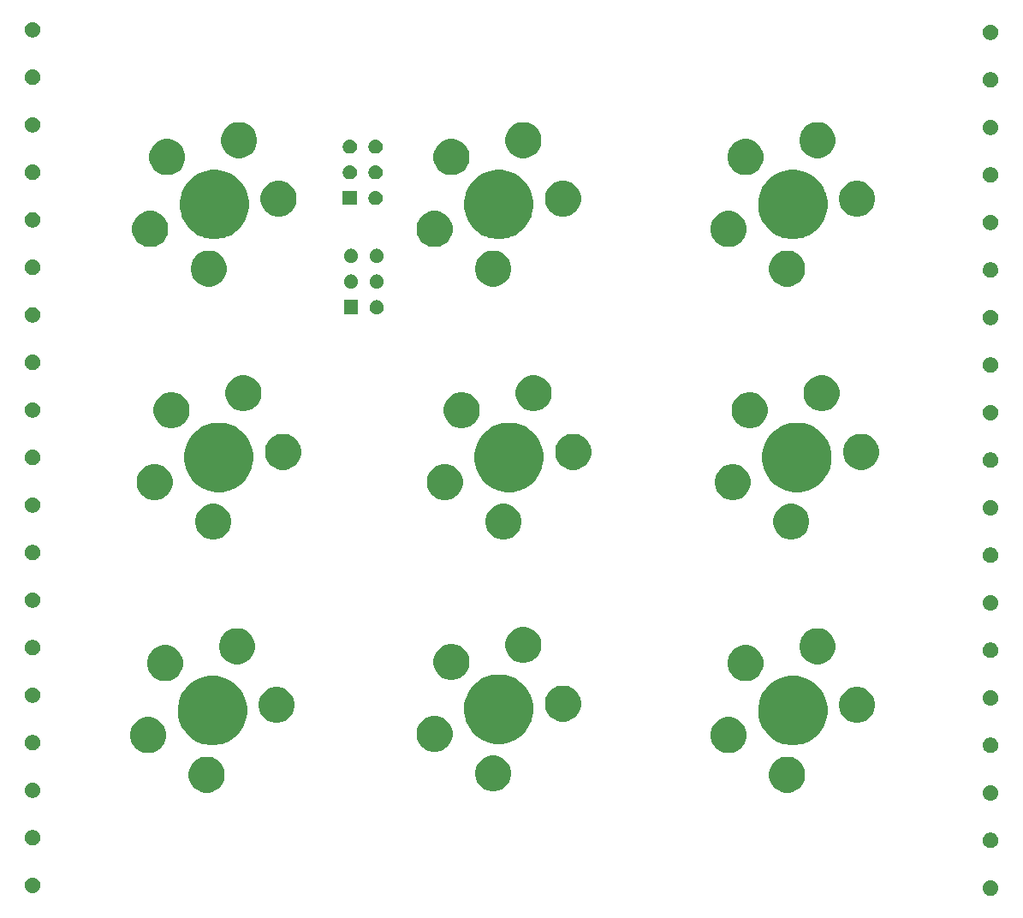
<source format=gbs>
G04 #@! TF.GenerationSoftware,KiCad,Pcbnew,5.0.0-fee4fd1~66~ubuntu18.04.1*
G04 #@! TF.CreationDate,2018-11-16T02:20:25-05:00*
G04 #@! TF.ProjectId,plugboard,706C7567626F6172642E6B696361645F,rev?*
G04 #@! TF.SameCoordinates,Original*
G04 #@! TF.FileFunction,Soldermask,Bot*
G04 #@! TF.FilePolarity,Negative*
%FSLAX46Y46*%
G04 Gerber Fmt 4.6, Leading zero omitted, Abs format (unit mm)*
G04 Created by KiCad (PCBNEW 5.0.0-fee4fd1~66~ubuntu18.04.1) date Fri Nov 16 02:20:25 2018*
%MOMM*%
%LPD*%
G01*
G04 APERTURE LIST*
%ADD10C,0.100000*%
G04 APERTURE END LIST*
D10*
G36*
X187588636Y-173002250D02*
X187674267Y-173019283D01*
X187812942Y-173076724D01*
X187937750Y-173160118D01*
X188043882Y-173266250D01*
X188127276Y-173391058D01*
X188184717Y-173529734D01*
X188214000Y-173676948D01*
X188214000Y-173827052D01*
X188184717Y-173974266D01*
X188127276Y-174112942D01*
X188043882Y-174237750D01*
X187937750Y-174343882D01*
X187937747Y-174343884D01*
X187812942Y-174427276D01*
X187674267Y-174484717D01*
X187625195Y-174494478D01*
X187527052Y-174514000D01*
X187376948Y-174514000D01*
X187278805Y-174494478D01*
X187229733Y-174484717D01*
X187091058Y-174427276D01*
X186966253Y-174343884D01*
X186966250Y-174343882D01*
X186860118Y-174237750D01*
X186776724Y-174112942D01*
X186719283Y-173974266D01*
X186690000Y-173827052D01*
X186690000Y-173676948D01*
X186719283Y-173529734D01*
X186776724Y-173391058D01*
X186860118Y-173266250D01*
X186966250Y-173160118D01*
X187091058Y-173076724D01*
X187229733Y-173019283D01*
X187315364Y-173002250D01*
X187376948Y-172990000D01*
X187527052Y-172990000D01*
X187588636Y-173002250D01*
X187588636Y-173002250D01*
G37*
G36*
X92883195Y-172745522D02*
X92932267Y-172755283D01*
X93070942Y-172812724D01*
X93195750Y-172896118D01*
X93301882Y-173002250D01*
X93385276Y-173127058D01*
X93442717Y-173265734D01*
X93472000Y-173412948D01*
X93472000Y-173563052D01*
X93442717Y-173710266D01*
X93385276Y-173848942D01*
X93301882Y-173973750D01*
X93195750Y-174079882D01*
X93195747Y-174079884D01*
X93070942Y-174163276D01*
X92932267Y-174220717D01*
X92883195Y-174230478D01*
X92785052Y-174250000D01*
X92634948Y-174250000D01*
X92536805Y-174230478D01*
X92487733Y-174220717D01*
X92349058Y-174163276D01*
X92224253Y-174079884D01*
X92224250Y-174079882D01*
X92118118Y-173973750D01*
X92034724Y-173848942D01*
X91977283Y-173710266D01*
X91948000Y-173563052D01*
X91948000Y-173412948D01*
X91977283Y-173265734D01*
X92034724Y-173127058D01*
X92118118Y-173002250D01*
X92224250Y-172896118D01*
X92349058Y-172812724D01*
X92487733Y-172755283D01*
X92536805Y-172745522D01*
X92634948Y-172726000D01*
X92785052Y-172726000D01*
X92883195Y-172745522D01*
X92883195Y-172745522D01*
G37*
G36*
X187588636Y-168302250D02*
X187674267Y-168319283D01*
X187812942Y-168376724D01*
X187937750Y-168460118D01*
X188043882Y-168566250D01*
X188127276Y-168691058D01*
X188184717Y-168829734D01*
X188214000Y-168976948D01*
X188214000Y-169127052D01*
X188184717Y-169274266D01*
X188127276Y-169412942D01*
X188043882Y-169537750D01*
X187937750Y-169643882D01*
X187937747Y-169643884D01*
X187812942Y-169727276D01*
X187674267Y-169784717D01*
X187625195Y-169794478D01*
X187527052Y-169814000D01*
X187376948Y-169814000D01*
X187278805Y-169794478D01*
X187229733Y-169784717D01*
X187091058Y-169727276D01*
X186966253Y-169643884D01*
X186966250Y-169643882D01*
X186860118Y-169537750D01*
X186776724Y-169412942D01*
X186719283Y-169274266D01*
X186690000Y-169127052D01*
X186690000Y-168976948D01*
X186719283Y-168829734D01*
X186776724Y-168691058D01*
X186860118Y-168566250D01*
X186966250Y-168460118D01*
X187091058Y-168376724D01*
X187229733Y-168319283D01*
X187315364Y-168302250D01*
X187376948Y-168290000D01*
X187527052Y-168290000D01*
X187588636Y-168302250D01*
X187588636Y-168302250D01*
G37*
G36*
X92883195Y-168045522D02*
X92932267Y-168055283D01*
X93070942Y-168112724D01*
X93195750Y-168196118D01*
X93301882Y-168302250D01*
X93385276Y-168427058D01*
X93442717Y-168565734D01*
X93472000Y-168712948D01*
X93472000Y-168863052D01*
X93442717Y-169010266D01*
X93385276Y-169148942D01*
X93301882Y-169273750D01*
X93195750Y-169379882D01*
X93195747Y-169379884D01*
X93070942Y-169463276D01*
X92932267Y-169520717D01*
X92883195Y-169530478D01*
X92785052Y-169550000D01*
X92634948Y-169550000D01*
X92536805Y-169530478D01*
X92487733Y-169520717D01*
X92349058Y-169463276D01*
X92224253Y-169379884D01*
X92224250Y-169379882D01*
X92118118Y-169273750D01*
X92034724Y-169148942D01*
X91977283Y-169010266D01*
X91948000Y-168863052D01*
X91948000Y-168712948D01*
X91977283Y-168565734D01*
X92034724Y-168427058D01*
X92118118Y-168302250D01*
X92224250Y-168196118D01*
X92349058Y-168112724D01*
X92487733Y-168055283D01*
X92536805Y-168045522D01*
X92634948Y-168026000D01*
X92785052Y-168026000D01*
X92883195Y-168045522D01*
X92883195Y-168045522D01*
G37*
G36*
X187588636Y-163602250D02*
X187674267Y-163619283D01*
X187812942Y-163676724D01*
X187937750Y-163760118D01*
X188043882Y-163866250D01*
X188043884Y-163866253D01*
X188127276Y-163991058D01*
X188184717Y-164129733D01*
X188185893Y-164135644D01*
X188214000Y-164276948D01*
X188214000Y-164427052D01*
X188184717Y-164574266D01*
X188127276Y-164712942D01*
X188043882Y-164837750D01*
X187937750Y-164943882D01*
X187937747Y-164943884D01*
X187812942Y-165027276D01*
X187674267Y-165084717D01*
X187625195Y-165094478D01*
X187527052Y-165114000D01*
X187376948Y-165114000D01*
X187278805Y-165094478D01*
X187229733Y-165084717D01*
X187091058Y-165027276D01*
X186966253Y-164943884D01*
X186966250Y-164943882D01*
X186860118Y-164837750D01*
X186776724Y-164712942D01*
X186719283Y-164574266D01*
X186690000Y-164427052D01*
X186690000Y-164276948D01*
X186718107Y-164135644D01*
X186719283Y-164129733D01*
X186776724Y-163991058D01*
X186860116Y-163866253D01*
X186860118Y-163866250D01*
X186966250Y-163760118D01*
X187091058Y-163676724D01*
X187229733Y-163619283D01*
X187315364Y-163602250D01*
X187376948Y-163590000D01*
X187527052Y-163590000D01*
X187588636Y-163602250D01*
X187588636Y-163602250D01*
G37*
G36*
X92883195Y-163345522D02*
X92932267Y-163355283D01*
X93045530Y-163402198D01*
X93070942Y-163412724D01*
X93195750Y-163496118D01*
X93301882Y-163602250D01*
X93301884Y-163602253D01*
X93385276Y-163727058D01*
X93421315Y-163814063D01*
X93442717Y-163865734D01*
X93471144Y-164008644D01*
X93472000Y-164012950D01*
X93472000Y-164163050D01*
X93442717Y-164310267D01*
X93394344Y-164427050D01*
X93385276Y-164448942D01*
X93301882Y-164573750D01*
X93195750Y-164679882D01*
X93195747Y-164679884D01*
X93070942Y-164763276D01*
X92932267Y-164820717D01*
X92883195Y-164830478D01*
X92785052Y-164850000D01*
X92634948Y-164850000D01*
X92536805Y-164830478D01*
X92487733Y-164820717D01*
X92349058Y-164763276D01*
X92224253Y-164679884D01*
X92224250Y-164679882D01*
X92118118Y-164573750D01*
X92034724Y-164448942D01*
X92025656Y-164427050D01*
X91977283Y-164310267D01*
X91948000Y-164163050D01*
X91948000Y-164012950D01*
X91948857Y-164008644D01*
X91977283Y-163865734D01*
X91998686Y-163814063D01*
X92034724Y-163727058D01*
X92118116Y-163602253D01*
X92118118Y-163602250D01*
X92224250Y-163496118D01*
X92349058Y-163412724D01*
X92374470Y-163402198D01*
X92487733Y-163355283D01*
X92536805Y-163345522D01*
X92634948Y-163326000D01*
X92785052Y-163326000D01*
X92883195Y-163345522D01*
X92883195Y-163345522D01*
G37*
G36*
X167853823Y-160850327D02*
X168177398Y-160984356D01*
X168468612Y-161178939D01*
X168716261Y-161426588D01*
X168910844Y-161717802D01*
X169044873Y-162041377D01*
X169113200Y-162384881D01*
X169113200Y-162735119D01*
X169044873Y-163078623D01*
X168910844Y-163402198D01*
X168716261Y-163693412D01*
X168468612Y-163941061D01*
X168177398Y-164135644D01*
X167853823Y-164269673D01*
X167510319Y-164338000D01*
X167160081Y-164338000D01*
X166816577Y-164269673D01*
X166493002Y-164135644D01*
X166201788Y-163941061D01*
X165954139Y-163693412D01*
X165759556Y-163402198D01*
X165625527Y-163078623D01*
X165557200Y-162735119D01*
X165557200Y-162384881D01*
X165625527Y-162041377D01*
X165759556Y-161717802D01*
X165954139Y-161426588D01*
X166201788Y-161178939D01*
X166493002Y-160984356D01*
X166816577Y-160850327D01*
X167160081Y-160782000D01*
X167510319Y-160782000D01*
X167853823Y-160850327D01*
X167853823Y-160850327D01*
G37*
G36*
X110449823Y-160850327D02*
X110773398Y-160984356D01*
X111064612Y-161178939D01*
X111312261Y-161426588D01*
X111506844Y-161717802D01*
X111640873Y-162041377D01*
X111709200Y-162384881D01*
X111709200Y-162735119D01*
X111640873Y-163078623D01*
X111506844Y-163402198D01*
X111312261Y-163693412D01*
X111064612Y-163941061D01*
X110773398Y-164135644D01*
X110449823Y-164269673D01*
X110106319Y-164338000D01*
X109756081Y-164338000D01*
X109412577Y-164269673D01*
X109089002Y-164135644D01*
X108797788Y-163941061D01*
X108550139Y-163693412D01*
X108355556Y-163402198D01*
X108221527Y-163078623D01*
X108153200Y-162735119D01*
X108153200Y-162384881D01*
X108221527Y-162041377D01*
X108355556Y-161717802D01*
X108550139Y-161426588D01*
X108797788Y-161178939D01*
X109089002Y-160984356D01*
X109412577Y-160850327D01*
X109756081Y-160782000D01*
X110106319Y-160782000D01*
X110449823Y-160850327D01*
X110449823Y-160850327D01*
G37*
G36*
X138770823Y-160723327D02*
X139094398Y-160857356D01*
X139385612Y-161051939D01*
X139633261Y-161299588D01*
X139827844Y-161590802D01*
X139961873Y-161914377D01*
X140030200Y-162257881D01*
X140030200Y-162608119D01*
X139961873Y-162951623D01*
X139827844Y-163275198D01*
X139633261Y-163566412D01*
X139385612Y-163814061D01*
X139094398Y-164008644D01*
X138770823Y-164142673D01*
X138427319Y-164211000D01*
X138077081Y-164211000D01*
X137733577Y-164142673D01*
X137410002Y-164008644D01*
X137118788Y-163814061D01*
X136871139Y-163566412D01*
X136676556Y-163275198D01*
X136542527Y-162951623D01*
X136474200Y-162608119D01*
X136474200Y-162257881D01*
X136542527Y-161914377D01*
X136676556Y-161590802D01*
X136871139Y-161299588D01*
X137118788Y-161051939D01*
X137410002Y-160857356D01*
X137733577Y-160723327D01*
X138077081Y-160655000D01*
X138427319Y-160655000D01*
X138770823Y-160723327D01*
X138770823Y-160723327D01*
G37*
G36*
X162062623Y-156938727D02*
X162386198Y-157072756D01*
X162677412Y-157267339D01*
X162925061Y-157514988D01*
X163119644Y-157806202D01*
X163253673Y-158129777D01*
X163322000Y-158473281D01*
X163322000Y-158823519D01*
X163253673Y-159167023D01*
X163119644Y-159490598D01*
X162925061Y-159781812D01*
X162677412Y-160029461D01*
X162386198Y-160224044D01*
X162062623Y-160358073D01*
X161719119Y-160426400D01*
X161368881Y-160426400D01*
X161025377Y-160358073D01*
X160701802Y-160224044D01*
X160410588Y-160029461D01*
X160162939Y-159781812D01*
X159968356Y-159490598D01*
X159834327Y-159167023D01*
X159766000Y-158823519D01*
X159766000Y-158473281D01*
X159834327Y-158129777D01*
X159968356Y-157806202D01*
X160162939Y-157514988D01*
X160410588Y-157267339D01*
X160701802Y-157072756D01*
X161025377Y-156938727D01*
X161368881Y-156870400D01*
X161719119Y-156870400D01*
X162062623Y-156938727D01*
X162062623Y-156938727D01*
G37*
G36*
X104658623Y-156938727D02*
X104982198Y-157072756D01*
X105273412Y-157267339D01*
X105521061Y-157514988D01*
X105715644Y-157806202D01*
X105849673Y-158129777D01*
X105918000Y-158473281D01*
X105918000Y-158823519D01*
X105849673Y-159167023D01*
X105715644Y-159490598D01*
X105521061Y-159781812D01*
X105273412Y-160029461D01*
X104982198Y-160224044D01*
X104658623Y-160358073D01*
X104315119Y-160426400D01*
X103964881Y-160426400D01*
X103621377Y-160358073D01*
X103297802Y-160224044D01*
X103006588Y-160029461D01*
X102758939Y-159781812D01*
X102564356Y-159490598D01*
X102430327Y-159167023D01*
X102362000Y-158823519D01*
X102362000Y-158473281D01*
X102430327Y-158129777D01*
X102564356Y-157806202D01*
X102758939Y-157514988D01*
X103006588Y-157267339D01*
X103297802Y-157072756D01*
X103621377Y-156938727D01*
X103964881Y-156870400D01*
X104315119Y-156870400D01*
X104658623Y-156938727D01*
X104658623Y-156938727D01*
G37*
G36*
X187588636Y-158902250D02*
X187674267Y-158919283D01*
X187812942Y-158976724D01*
X187937750Y-159060118D01*
X188043882Y-159166250D01*
X188127276Y-159291058D01*
X188184717Y-159429734D01*
X188214000Y-159576948D01*
X188214000Y-159727052D01*
X188203108Y-159781809D01*
X188184717Y-159874267D01*
X188173038Y-159902463D01*
X188127276Y-160012942D01*
X188043882Y-160137750D01*
X187937750Y-160243882D01*
X187937747Y-160243884D01*
X187812942Y-160327276D01*
X187674267Y-160384717D01*
X187625195Y-160394478D01*
X187527052Y-160414000D01*
X187376948Y-160414000D01*
X187278805Y-160394478D01*
X187229733Y-160384717D01*
X187091058Y-160327276D01*
X186966253Y-160243884D01*
X186966250Y-160243882D01*
X186860118Y-160137750D01*
X186776724Y-160012942D01*
X186730962Y-159902463D01*
X186719283Y-159874267D01*
X186700892Y-159781809D01*
X186690000Y-159727052D01*
X186690000Y-159576948D01*
X186719283Y-159429734D01*
X186776724Y-159291058D01*
X186860118Y-159166250D01*
X186966250Y-159060118D01*
X187091058Y-158976724D01*
X187229733Y-158919283D01*
X187315364Y-158902250D01*
X187376948Y-158890000D01*
X187527052Y-158890000D01*
X187588636Y-158902250D01*
X187588636Y-158902250D01*
G37*
G36*
X132979623Y-156811727D02*
X133303198Y-156945756D01*
X133594412Y-157140339D01*
X133842061Y-157387988D01*
X134036644Y-157679202D01*
X134170673Y-158002777D01*
X134239000Y-158346281D01*
X134239000Y-158696519D01*
X134170673Y-159040023D01*
X134036644Y-159363598D01*
X133842061Y-159654812D01*
X133594412Y-159902461D01*
X133303198Y-160097044D01*
X132979623Y-160231073D01*
X132636119Y-160299400D01*
X132285881Y-160299400D01*
X131942377Y-160231073D01*
X131618802Y-160097044D01*
X131327588Y-159902461D01*
X131079939Y-159654812D01*
X130885356Y-159363598D01*
X130751327Y-159040023D01*
X130683000Y-158696519D01*
X130683000Y-158346281D01*
X130751327Y-158002777D01*
X130885356Y-157679202D01*
X131079939Y-157387988D01*
X131327588Y-157140339D01*
X131618802Y-156945756D01*
X131942377Y-156811727D01*
X132285881Y-156743400D01*
X132636119Y-156743400D01*
X132979623Y-156811727D01*
X132979623Y-156811727D01*
G37*
G36*
X92883195Y-158645522D02*
X92932267Y-158655283D01*
X93070942Y-158712724D01*
X93195750Y-158796118D01*
X93301882Y-158902250D01*
X93301884Y-158902253D01*
X93385276Y-159027058D01*
X93442717Y-159165733D01*
X93452478Y-159214805D01*
X93472000Y-159312948D01*
X93472000Y-159463052D01*
X93442717Y-159610266D01*
X93385276Y-159748942D01*
X93301882Y-159873750D01*
X93195750Y-159979882D01*
X93195747Y-159979884D01*
X93070942Y-160063276D01*
X92932267Y-160120717D01*
X92883195Y-160130478D01*
X92785052Y-160150000D01*
X92634948Y-160150000D01*
X92536805Y-160130478D01*
X92487733Y-160120717D01*
X92349058Y-160063276D01*
X92224253Y-159979884D01*
X92224250Y-159979882D01*
X92118118Y-159873750D01*
X92034724Y-159748942D01*
X91977283Y-159610266D01*
X91948000Y-159463052D01*
X91948000Y-159312948D01*
X91967522Y-159214805D01*
X91977283Y-159165733D01*
X92034724Y-159027058D01*
X92118116Y-158902253D01*
X92118118Y-158902250D01*
X92224250Y-158796118D01*
X92349058Y-158712724D01*
X92487733Y-158655283D01*
X92536805Y-158645522D01*
X92634948Y-158626000D01*
X92785052Y-158626000D01*
X92883195Y-158645522D01*
X92883195Y-158645522D01*
G37*
G36*
X110875301Y-152790463D02*
X111490202Y-152912775D01*
X111748686Y-153019843D01*
X112114239Y-153171259D01*
X112675863Y-153546524D01*
X113153476Y-154024137D01*
X113528741Y-154585761D01*
X113621210Y-154809002D01*
X113787225Y-155209798D01*
X113832567Y-155437747D01*
X113919000Y-155872272D01*
X113919000Y-156547728D01*
X113866487Y-156811727D01*
X113787225Y-157210202D01*
X113713582Y-157387991D01*
X113528741Y-157834239D01*
X113153476Y-158395863D01*
X112675863Y-158873476D01*
X112114239Y-159248741D01*
X111836946Y-159363599D01*
X111490202Y-159507225D01*
X111158965Y-159573112D01*
X110827728Y-159639000D01*
X110152272Y-159639000D01*
X109821035Y-159573112D01*
X109489798Y-159507225D01*
X109143054Y-159363599D01*
X108865761Y-159248741D01*
X108304137Y-158873476D01*
X107826524Y-158395863D01*
X107451259Y-157834239D01*
X107266418Y-157387991D01*
X107192775Y-157210202D01*
X107113513Y-156811727D01*
X107061000Y-156547728D01*
X107061000Y-155872272D01*
X107147433Y-155437747D01*
X107192775Y-155209798D01*
X107358790Y-154809002D01*
X107451259Y-154585761D01*
X107826524Y-154024137D01*
X108304137Y-153546524D01*
X108865761Y-153171259D01*
X109231314Y-153019843D01*
X109489798Y-152912775D01*
X110104699Y-152790463D01*
X110152272Y-152781000D01*
X110827728Y-152781000D01*
X110875301Y-152790463D01*
X110875301Y-152790463D01*
G37*
G36*
X168279301Y-152790463D02*
X168894202Y-152912775D01*
X169152686Y-153019843D01*
X169518239Y-153171259D01*
X170079863Y-153546524D01*
X170557476Y-154024137D01*
X170932741Y-154585761D01*
X171025210Y-154809002D01*
X171191225Y-155209798D01*
X171236567Y-155437747D01*
X171323000Y-155872272D01*
X171323000Y-156547728D01*
X171270487Y-156811727D01*
X171191225Y-157210202D01*
X171117582Y-157387991D01*
X170932741Y-157834239D01*
X170557476Y-158395863D01*
X170079863Y-158873476D01*
X169518239Y-159248741D01*
X169240946Y-159363599D01*
X168894202Y-159507225D01*
X168562965Y-159573112D01*
X168231728Y-159639000D01*
X167556272Y-159639000D01*
X167225035Y-159573112D01*
X166893798Y-159507225D01*
X166547054Y-159363599D01*
X166269761Y-159248741D01*
X165708137Y-158873476D01*
X165230524Y-158395863D01*
X164855259Y-157834239D01*
X164670418Y-157387991D01*
X164596775Y-157210202D01*
X164517513Y-156811727D01*
X164465000Y-156547728D01*
X164465000Y-155872272D01*
X164551433Y-155437747D01*
X164596775Y-155209798D01*
X164762790Y-154809002D01*
X164855259Y-154585761D01*
X165230524Y-154024137D01*
X165708137Y-153546524D01*
X166269761Y-153171259D01*
X166635314Y-153019843D01*
X166893798Y-152912775D01*
X167508699Y-152790463D01*
X167556272Y-152781000D01*
X168231728Y-152781000D01*
X168279301Y-152790463D01*
X168279301Y-152790463D01*
G37*
G36*
X139479965Y-152719888D02*
X139811202Y-152785775D01*
X140069686Y-152892843D01*
X140435239Y-153044259D01*
X140996863Y-153419524D01*
X141474476Y-153897137D01*
X141849741Y-154458761D01*
X141942210Y-154682002D01*
X142108225Y-155082798D01*
X142126419Y-155174266D01*
X142240000Y-155745272D01*
X142240000Y-156420728D01*
X142175816Y-156743400D01*
X142108225Y-157083202D01*
X142045815Y-157233872D01*
X141849741Y-157707239D01*
X141474476Y-158268863D01*
X140996863Y-158746476D01*
X140435239Y-159121741D01*
X140069686Y-159273157D01*
X139811202Y-159380225D01*
X139562309Y-159429733D01*
X139148728Y-159512000D01*
X138473272Y-159512000D01*
X138059691Y-159429733D01*
X137810798Y-159380225D01*
X137552314Y-159273157D01*
X137186761Y-159121741D01*
X136625137Y-158746476D01*
X136147524Y-158268863D01*
X135772259Y-157707239D01*
X135576185Y-157233872D01*
X135513775Y-157083202D01*
X135446184Y-156743400D01*
X135382000Y-156420728D01*
X135382000Y-155745272D01*
X135495581Y-155174266D01*
X135513775Y-155082798D01*
X135679790Y-154682002D01*
X135772259Y-154458761D01*
X136147524Y-153897137D01*
X136625137Y-153419524D01*
X137186761Y-153044259D01*
X137552314Y-152892843D01*
X137810798Y-152785775D01*
X138142035Y-152719888D01*
X138473272Y-152654000D01*
X139148728Y-152654000D01*
X139479965Y-152719888D01*
X139479965Y-152719888D01*
G37*
G36*
X174762623Y-153941527D02*
X175086198Y-154075556D01*
X175377412Y-154270139D01*
X175625061Y-154517788D01*
X175819644Y-154809002D01*
X175953673Y-155132577D01*
X176022000Y-155476081D01*
X176022000Y-155826319D01*
X175953673Y-156169823D01*
X175819644Y-156493398D01*
X175625061Y-156784612D01*
X175377412Y-157032261D01*
X175086198Y-157226844D01*
X174762623Y-157360873D01*
X174419119Y-157429200D01*
X174068881Y-157429200D01*
X173725377Y-157360873D01*
X173401802Y-157226844D01*
X173110588Y-157032261D01*
X172862939Y-156784612D01*
X172668356Y-156493398D01*
X172534327Y-156169823D01*
X172466000Y-155826319D01*
X172466000Y-155476081D01*
X172534327Y-155132577D01*
X172668356Y-154809002D01*
X172862939Y-154517788D01*
X173110588Y-154270139D01*
X173401802Y-154075556D01*
X173725377Y-153941527D01*
X174068881Y-153873200D01*
X174419119Y-153873200D01*
X174762623Y-153941527D01*
X174762623Y-153941527D01*
G37*
G36*
X117358623Y-153941527D02*
X117682198Y-154075556D01*
X117973412Y-154270139D01*
X118221061Y-154517788D01*
X118415644Y-154809002D01*
X118549673Y-155132577D01*
X118618000Y-155476081D01*
X118618000Y-155826319D01*
X118549673Y-156169823D01*
X118415644Y-156493398D01*
X118221061Y-156784612D01*
X117973412Y-157032261D01*
X117682198Y-157226844D01*
X117358623Y-157360873D01*
X117015119Y-157429200D01*
X116664881Y-157429200D01*
X116321377Y-157360873D01*
X115997802Y-157226844D01*
X115706588Y-157032261D01*
X115458939Y-156784612D01*
X115264356Y-156493398D01*
X115130327Y-156169823D01*
X115062000Y-155826319D01*
X115062000Y-155476081D01*
X115130327Y-155132577D01*
X115264356Y-154809002D01*
X115458939Y-154517788D01*
X115706588Y-154270139D01*
X115997802Y-154075556D01*
X116321377Y-153941527D01*
X116664881Y-153873200D01*
X117015119Y-153873200D01*
X117358623Y-153941527D01*
X117358623Y-153941527D01*
G37*
G36*
X145679623Y-153814527D02*
X146003198Y-153948556D01*
X146294412Y-154143139D01*
X146542061Y-154390788D01*
X146736644Y-154682002D01*
X146870673Y-155005577D01*
X146939000Y-155349081D01*
X146939000Y-155699319D01*
X146870673Y-156042823D01*
X146736644Y-156366398D01*
X146542061Y-156657612D01*
X146294412Y-156905261D01*
X146003198Y-157099844D01*
X145679623Y-157233873D01*
X145336119Y-157302200D01*
X144985881Y-157302200D01*
X144642377Y-157233873D01*
X144318802Y-157099844D01*
X144027588Y-156905261D01*
X143779939Y-156657612D01*
X143585356Y-156366398D01*
X143451327Y-156042823D01*
X143383000Y-155699319D01*
X143383000Y-155349081D01*
X143451327Y-155005577D01*
X143585356Y-154682002D01*
X143779939Y-154390788D01*
X144027588Y-154143139D01*
X144318802Y-153948556D01*
X144642377Y-153814527D01*
X144985881Y-153746200D01*
X145336119Y-153746200D01*
X145679623Y-153814527D01*
X145679623Y-153814527D01*
G37*
G36*
X187588636Y-154202250D02*
X187674267Y-154219283D01*
X187797044Y-154270139D01*
X187812942Y-154276724D01*
X187937750Y-154360118D01*
X188043882Y-154466250D01*
X188127276Y-154591058D01*
X188184717Y-154729734D01*
X188214000Y-154876948D01*
X188214000Y-155027052D01*
X188202911Y-155082798D01*
X188184717Y-155174267D01*
X188169999Y-155209799D01*
X188127276Y-155312942D01*
X188043882Y-155437750D01*
X187937750Y-155543882D01*
X187937747Y-155543884D01*
X187812942Y-155627276D01*
X187674267Y-155684717D01*
X187625195Y-155694478D01*
X187527052Y-155714000D01*
X187376948Y-155714000D01*
X187278805Y-155694478D01*
X187229733Y-155684717D01*
X187091058Y-155627276D01*
X186966253Y-155543884D01*
X186966250Y-155543882D01*
X186860118Y-155437750D01*
X186776724Y-155312942D01*
X186734001Y-155209799D01*
X186719283Y-155174267D01*
X186701089Y-155082798D01*
X186690000Y-155027052D01*
X186690000Y-154876948D01*
X186719283Y-154729734D01*
X186776724Y-154591058D01*
X186860118Y-154466250D01*
X186966250Y-154360118D01*
X187091058Y-154276724D01*
X187106956Y-154270139D01*
X187229733Y-154219283D01*
X187315364Y-154202250D01*
X187376948Y-154190000D01*
X187527052Y-154190000D01*
X187588636Y-154202250D01*
X187588636Y-154202250D01*
G37*
G36*
X92883195Y-153945522D02*
X92932267Y-153955283D01*
X93070942Y-154012724D01*
X93195750Y-154096118D01*
X93301882Y-154202250D01*
X93301884Y-154202253D01*
X93385276Y-154327058D01*
X93439829Y-154458760D01*
X93442717Y-154465734D01*
X93472000Y-154612948D01*
X93472000Y-154763052D01*
X93442717Y-154910266D01*
X93385276Y-155048942D01*
X93301882Y-155173750D01*
X93195750Y-155279882D01*
X93195747Y-155279884D01*
X93070942Y-155363276D01*
X92932267Y-155420717D01*
X92883195Y-155430478D01*
X92785052Y-155450000D01*
X92634948Y-155450000D01*
X92536805Y-155430478D01*
X92487733Y-155420717D01*
X92349058Y-155363276D01*
X92224253Y-155279884D01*
X92224250Y-155279882D01*
X92118118Y-155173750D01*
X92034724Y-155048942D01*
X91977283Y-154910266D01*
X91948000Y-154763052D01*
X91948000Y-154612948D01*
X91977283Y-154465734D01*
X91980172Y-154458760D01*
X92034724Y-154327058D01*
X92118116Y-154202253D01*
X92118118Y-154202250D01*
X92224250Y-154096118D01*
X92349058Y-154012724D01*
X92487733Y-153955283D01*
X92536805Y-153945522D01*
X92634948Y-153926000D01*
X92785052Y-153926000D01*
X92883195Y-153945522D01*
X92883195Y-153945522D01*
G37*
G36*
X106335023Y-149826727D02*
X106658598Y-149960756D01*
X106949812Y-150155339D01*
X107197461Y-150402988D01*
X107392044Y-150694202D01*
X107526073Y-151017777D01*
X107594400Y-151361281D01*
X107594400Y-151711519D01*
X107526073Y-152055023D01*
X107392044Y-152378598D01*
X107197461Y-152669812D01*
X106949812Y-152917461D01*
X106658598Y-153112044D01*
X106335023Y-153246073D01*
X105991519Y-153314400D01*
X105641281Y-153314400D01*
X105297777Y-153246073D01*
X104974202Y-153112044D01*
X104682988Y-152917461D01*
X104435339Y-152669812D01*
X104240756Y-152378598D01*
X104106727Y-152055023D01*
X104038400Y-151711519D01*
X104038400Y-151361281D01*
X104106727Y-151017777D01*
X104240756Y-150694202D01*
X104435339Y-150402988D01*
X104682988Y-150155339D01*
X104974202Y-149960756D01*
X105297777Y-149826727D01*
X105641281Y-149758400D01*
X105991519Y-149758400D01*
X106335023Y-149826727D01*
X106335023Y-149826727D01*
G37*
G36*
X163739023Y-149826727D02*
X164062598Y-149960756D01*
X164353812Y-150155339D01*
X164601461Y-150402988D01*
X164796044Y-150694202D01*
X164930073Y-151017777D01*
X164998400Y-151361281D01*
X164998400Y-151711519D01*
X164930073Y-152055023D01*
X164796044Y-152378598D01*
X164601461Y-152669812D01*
X164353812Y-152917461D01*
X164062598Y-153112044D01*
X163739023Y-153246073D01*
X163395519Y-153314400D01*
X163045281Y-153314400D01*
X162701777Y-153246073D01*
X162378202Y-153112044D01*
X162086988Y-152917461D01*
X161839339Y-152669812D01*
X161644756Y-152378598D01*
X161510727Y-152055023D01*
X161442400Y-151711519D01*
X161442400Y-151361281D01*
X161510727Y-151017777D01*
X161644756Y-150694202D01*
X161839339Y-150402988D01*
X162086988Y-150155339D01*
X162378202Y-149960756D01*
X162701777Y-149826727D01*
X163045281Y-149758400D01*
X163395519Y-149758400D01*
X163739023Y-149826727D01*
X163739023Y-149826727D01*
G37*
G36*
X134656023Y-149699727D02*
X134979598Y-149833756D01*
X135270812Y-150028339D01*
X135518461Y-150275988D01*
X135713044Y-150567202D01*
X135847073Y-150890777D01*
X135915400Y-151234281D01*
X135915400Y-151584519D01*
X135847073Y-151928023D01*
X135713044Y-152251598D01*
X135518461Y-152542812D01*
X135270812Y-152790461D01*
X134979598Y-152985044D01*
X134656023Y-153119073D01*
X134312519Y-153187400D01*
X133962281Y-153187400D01*
X133618777Y-153119073D01*
X133295202Y-152985044D01*
X133003988Y-152790461D01*
X132756339Y-152542812D01*
X132561756Y-152251598D01*
X132427727Y-151928023D01*
X132359400Y-151584519D01*
X132359400Y-151234281D01*
X132427727Y-150890777D01*
X132561756Y-150567202D01*
X132756339Y-150275988D01*
X133003988Y-150028339D01*
X133295202Y-149833756D01*
X133618777Y-149699727D01*
X133962281Y-149631400D01*
X134312519Y-149631400D01*
X134656023Y-149699727D01*
X134656023Y-149699727D01*
G37*
G36*
X113447023Y-148150327D02*
X113770598Y-148284356D01*
X114061812Y-148478939D01*
X114309461Y-148726588D01*
X114504044Y-149017802D01*
X114638073Y-149341377D01*
X114706400Y-149684881D01*
X114706400Y-150035119D01*
X114638073Y-150378623D01*
X114504044Y-150702198D01*
X114309461Y-150993412D01*
X114061812Y-151241061D01*
X113770598Y-151435644D01*
X113447023Y-151569673D01*
X113103519Y-151638000D01*
X112753281Y-151638000D01*
X112409777Y-151569673D01*
X112086202Y-151435644D01*
X111794988Y-151241061D01*
X111547339Y-150993412D01*
X111352756Y-150702198D01*
X111218727Y-150378623D01*
X111150400Y-150035119D01*
X111150400Y-149684881D01*
X111218727Y-149341377D01*
X111352756Y-149017802D01*
X111547339Y-148726588D01*
X111794988Y-148478939D01*
X112086202Y-148284356D01*
X112409777Y-148150327D01*
X112753281Y-148082000D01*
X113103519Y-148082000D01*
X113447023Y-148150327D01*
X113447023Y-148150327D01*
G37*
G36*
X170851023Y-148150327D02*
X171174598Y-148284356D01*
X171465812Y-148478939D01*
X171713461Y-148726588D01*
X171908044Y-149017802D01*
X172042073Y-149341377D01*
X172110400Y-149684881D01*
X172110400Y-150035119D01*
X172042073Y-150378623D01*
X171908044Y-150702198D01*
X171713461Y-150993412D01*
X171465812Y-151241061D01*
X171174598Y-151435644D01*
X170851023Y-151569673D01*
X170507519Y-151638000D01*
X170157281Y-151638000D01*
X169813777Y-151569673D01*
X169490202Y-151435644D01*
X169198988Y-151241061D01*
X168951339Y-150993412D01*
X168756756Y-150702198D01*
X168622727Y-150378623D01*
X168554400Y-150035119D01*
X168554400Y-149684881D01*
X168622727Y-149341377D01*
X168756756Y-149017802D01*
X168951339Y-148726588D01*
X169198988Y-148478939D01*
X169490202Y-148284356D01*
X169813777Y-148150327D01*
X170157281Y-148082000D01*
X170507519Y-148082000D01*
X170851023Y-148150327D01*
X170851023Y-148150327D01*
G37*
G36*
X141768023Y-148023327D02*
X142091598Y-148157356D01*
X142382812Y-148351939D01*
X142630461Y-148599588D01*
X142825044Y-148890802D01*
X142959073Y-149214377D01*
X143027400Y-149557881D01*
X143027400Y-149908119D01*
X142959073Y-150251623D01*
X142825044Y-150575198D01*
X142630461Y-150866412D01*
X142382812Y-151114061D01*
X142091598Y-151308644D01*
X141768023Y-151442673D01*
X141424519Y-151511000D01*
X141074281Y-151511000D01*
X140730777Y-151442673D01*
X140407202Y-151308644D01*
X140115988Y-151114061D01*
X139868339Y-150866412D01*
X139673756Y-150575198D01*
X139539727Y-150251623D01*
X139471400Y-149908119D01*
X139471400Y-149557881D01*
X139539727Y-149214377D01*
X139673756Y-148890802D01*
X139868339Y-148599588D01*
X140115988Y-148351939D01*
X140407202Y-148157356D01*
X140730777Y-148023327D01*
X141074281Y-147955000D01*
X141424519Y-147955000D01*
X141768023Y-148023327D01*
X141768023Y-148023327D01*
G37*
G36*
X187588636Y-149502250D02*
X187674267Y-149519283D01*
X187767451Y-149557881D01*
X187812942Y-149576724D01*
X187937750Y-149660118D01*
X188043882Y-149766250D01*
X188043884Y-149766253D01*
X188127276Y-149891058D01*
X188184140Y-150028339D01*
X188184717Y-150029734D01*
X188214000Y-150176948D01*
X188214000Y-150327052D01*
X188203742Y-150378623D01*
X188184717Y-150474267D01*
X188146222Y-150567202D01*
X188127276Y-150612942D01*
X188043882Y-150737750D01*
X187937750Y-150843882D01*
X187937747Y-150843884D01*
X187812942Y-150927276D01*
X187674267Y-150984717D01*
X187630569Y-150993409D01*
X187527052Y-151014000D01*
X187376948Y-151014000D01*
X187273431Y-150993409D01*
X187229733Y-150984717D01*
X187091058Y-150927276D01*
X186966253Y-150843884D01*
X186966250Y-150843882D01*
X186860118Y-150737750D01*
X186776724Y-150612942D01*
X186757778Y-150567202D01*
X186719283Y-150474267D01*
X186700258Y-150378623D01*
X186690000Y-150327052D01*
X186690000Y-150176948D01*
X186719283Y-150029734D01*
X186719861Y-150028339D01*
X186776724Y-149891058D01*
X186860116Y-149766253D01*
X186860118Y-149766250D01*
X186966250Y-149660118D01*
X187091058Y-149576724D01*
X187136549Y-149557881D01*
X187229733Y-149519283D01*
X187315364Y-149502250D01*
X187376948Y-149490000D01*
X187527052Y-149490000D01*
X187588636Y-149502250D01*
X187588636Y-149502250D01*
G37*
G36*
X92883195Y-149245522D02*
X92932267Y-149255283D01*
X93070942Y-149312724D01*
X93195750Y-149396118D01*
X93301882Y-149502250D01*
X93301884Y-149502253D01*
X93385276Y-149627058D01*
X93439680Y-149758400D01*
X93442717Y-149765734D01*
X93467646Y-149891058D01*
X93472000Y-149912950D01*
X93472000Y-150063050D01*
X93442717Y-150210267D01*
X93415493Y-150275991D01*
X93385276Y-150348942D01*
X93301882Y-150473750D01*
X93195750Y-150579882D01*
X93195747Y-150579884D01*
X93070942Y-150663276D01*
X92932267Y-150720717D01*
X92883195Y-150730478D01*
X92785052Y-150750000D01*
X92634948Y-150750000D01*
X92536805Y-150730478D01*
X92487733Y-150720717D01*
X92349058Y-150663276D01*
X92224253Y-150579884D01*
X92224250Y-150579882D01*
X92118118Y-150473750D01*
X92034724Y-150348942D01*
X92004507Y-150275991D01*
X91977283Y-150210267D01*
X91948000Y-150063050D01*
X91948000Y-149912950D01*
X91952355Y-149891058D01*
X91977283Y-149765734D01*
X91980321Y-149758400D01*
X92034724Y-149627058D01*
X92118116Y-149502253D01*
X92118118Y-149502250D01*
X92224250Y-149396118D01*
X92349058Y-149312724D01*
X92487733Y-149255283D01*
X92536805Y-149245522D01*
X92634948Y-149226000D01*
X92785052Y-149226000D01*
X92883195Y-149245522D01*
X92883195Y-149245522D01*
G37*
G36*
X187588636Y-144802250D02*
X187674267Y-144819283D01*
X187812942Y-144876724D01*
X187937750Y-144960118D01*
X188043882Y-145066250D01*
X188127276Y-145191058D01*
X188184717Y-145329734D01*
X188214000Y-145476948D01*
X188214000Y-145627052D01*
X188184717Y-145774266D01*
X188127276Y-145912942D01*
X188043882Y-146037750D01*
X187937750Y-146143882D01*
X187937747Y-146143884D01*
X187812942Y-146227276D01*
X187674267Y-146284717D01*
X187625195Y-146294478D01*
X187527052Y-146314000D01*
X187376948Y-146314000D01*
X187278805Y-146294478D01*
X187229733Y-146284717D01*
X187091058Y-146227276D01*
X186966253Y-146143884D01*
X186966250Y-146143882D01*
X186860118Y-146037750D01*
X186776724Y-145912942D01*
X186719283Y-145774266D01*
X186690000Y-145627052D01*
X186690000Y-145476948D01*
X186719283Y-145329734D01*
X186776724Y-145191058D01*
X186860118Y-145066250D01*
X186966250Y-144960118D01*
X187091058Y-144876724D01*
X187229733Y-144819283D01*
X187315364Y-144802250D01*
X187376948Y-144790000D01*
X187527052Y-144790000D01*
X187588636Y-144802250D01*
X187588636Y-144802250D01*
G37*
G36*
X92883195Y-144545522D02*
X92932267Y-144555283D01*
X93070942Y-144612724D01*
X93195750Y-144696118D01*
X93301882Y-144802250D01*
X93385276Y-144927058D01*
X93442717Y-145065734D01*
X93472000Y-145212948D01*
X93472000Y-145363052D01*
X93442717Y-145510266D01*
X93385276Y-145648942D01*
X93301882Y-145773750D01*
X93195750Y-145879882D01*
X93195747Y-145879884D01*
X93070942Y-145963276D01*
X92932267Y-146020717D01*
X92883195Y-146030478D01*
X92785052Y-146050000D01*
X92634948Y-146050000D01*
X92536805Y-146030478D01*
X92487733Y-146020717D01*
X92349058Y-145963276D01*
X92224253Y-145879884D01*
X92224250Y-145879882D01*
X92118118Y-145773750D01*
X92034724Y-145648942D01*
X91977283Y-145510266D01*
X91948000Y-145363052D01*
X91948000Y-145212948D01*
X91977283Y-145065734D01*
X92034724Y-144927058D01*
X92118118Y-144802250D01*
X92224250Y-144696118D01*
X92349058Y-144612724D01*
X92487733Y-144555283D01*
X92536805Y-144545522D01*
X92634948Y-144526000D01*
X92785052Y-144526000D01*
X92883195Y-144545522D01*
X92883195Y-144545522D01*
G37*
G36*
X187588636Y-140102250D02*
X187674267Y-140119283D01*
X187812942Y-140176724D01*
X187937750Y-140260118D01*
X188043882Y-140366250D01*
X188127276Y-140491058D01*
X188184717Y-140629734D01*
X188214000Y-140776948D01*
X188214000Y-140927052D01*
X188184717Y-141074266D01*
X188127276Y-141212942D01*
X188043882Y-141337750D01*
X187937750Y-141443882D01*
X187937747Y-141443884D01*
X187812942Y-141527276D01*
X187674267Y-141584717D01*
X187625195Y-141594478D01*
X187527052Y-141614000D01*
X187376948Y-141614000D01*
X187278805Y-141594478D01*
X187229733Y-141584717D01*
X187091058Y-141527276D01*
X186966253Y-141443884D01*
X186966250Y-141443882D01*
X186860118Y-141337750D01*
X186776724Y-141212942D01*
X186719283Y-141074266D01*
X186690000Y-140927052D01*
X186690000Y-140776948D01*
X186719283Y-140629734D01*
X186776724Y-140491058D01*
X186860118Y-140366250D01*
X186966250Y-140260118D01*
X187091058Y-140176724D01*
X187229733Y-140119283D01*
X187315364Y-140102250D01*
X187376948Y-140090000D01*
X187527052Y-140090000D01*
X187588636Y-140102250D01*
X187588636Y-140102250D01*
G37*
G36*
X92883195Y-139845522D02*
X92932267Y-139855283D01*
X93070942Y-139912724D01*
X93195750Y-139996118D01*
X93301882Y-140102250D01*
X93385276Y-140227058D01*
X93442717Y-140365734D01*
X93472000Y-140512948D01*
X93472000Y-140663052D01*
X93442717Y-140810266D01*
X93385276Y-140948942D01*
X93301882Y-141073750D01*
X93195750Y-141179882D01*
X93195747Y-141179884D01*
X93070942Y-141263276D01*
X92932267Y-141320717D01*
X92883195Y-141330478D01*
X92785052Y-141350000D01*
X92634948Y-141350000D01*
X92536805Y-141330478D01*
X92487733Y-141320717D01*
X92349058Y-141263276D01*
X92224253Y-141179884D01*
X92224250Y-141179882D01*
X92118118Y-141073750D01*
X92034724Y-140948942D01*
X91977283Y-140810266D01*
X91948000Y-140663052D01*
X91948000Y-140512948D01*
X91977283Y-140365734D01*
X92034724Y-140227058D01*
X92118118Y-140102250D01*
X92224250Y-139996118D01*
X92349058Y-139912724D01*
X92487733Y-139855283D01*
X92536805Y-139845522D01*
X92634948Y-139826000D01*
X92785052Y-139826000D01*
X92883195Y-139845522D01*
X92883195Y-139845522D01*
G37*
G36*
X111084823Y-135831327D02*
X111408398Y-135965356D01*
X111699612Y-136159939D01*
X111947261Y-136407588D01*
X112141844Y-136698802D01*
X112275873Y-137022377D01*
X112344200Y-137365881D01*
X112344200Y-137716119D01*
X112275873Y-138059623D01*
X112141844Y-138383198D01*
X111947261Y-138674412D01*
X111699612Y-138922061D01*
X111408398Y-139116644D01*
X111084823Y-139250673D01*
X110741319Y-139319000D01*
X110391081Y-139319000D01*
X110047577Y-139250673D01*
X109724002Y-139116644D01*
X109432788Y-138922061D01*
X109185139Y-138674412D01*
X108990556Y-138383198D01*
X108856527Y-138059623D01*
X108788200Y-137716119D01*
X108788200Y-137365881D01*
X108856527Y-137022377D01*
X108990556Y-136698802D01*
X109185139Y-136407588D01*
X109432788Y-136159939D01*
X109724002Y-135965356D01*
X110047577Y-135831327D01*
X110391081Y-135763000D01*
X110741319Y-135763000D01*
X111084823Y-135831327D01*
X111084823Y-135831327D01*
G37*
G36*
X168260223Y-135831327D02*
X168583798Y-135965356D01*
X168875012Y-136159939D01*
X169122661Y-136407588D01*
X169317244Y-136698802D01*
X169451273Y-137022377D01*
X169519600Y-137365881D01*
X169519600Y-137716119D01*
X169451273Y-138059623D01*
X169317244Y-138383198D01*
X169122661Y-138674412D01*
X168875012Y-138922061D01*
X168583798Y-139116644D01*
X168260223Y-139250673D01*
X167916719Y-139319000D01*
X167566481Y-139319000D01*
X167222977Y-139250673D01*
X166899402Y-139116644D01*
X166608188Y-138922061D01*
X166360539Y-138674412D01*
X166165956Y-138383198D01*
X166031927Y-138059623D01*
X165963600Y-137716119D01*
X165963600Y-137365881D01*
X166031927Y-137022377D01*
X166165956Y-136698802D01*
X166360539Y-136407588D01*
X166608188Y-136159939D01*
X166899402Y-135965356D01*
X167222977Y-135831327D01*
X167566481Y-135763000D01*
X167916719Y-135763000D01*
X168260223Y-135831327D01*
X168260223Y-135831327D01*
G37*
G36*
X139786823Y-135831327D02*
X140110398Y-135965356D01*
X140401612Y-136159939D01*
X140649261Y-136407588D01*
X140843844Y-136698802D01*
X140977873Y-137022377D01*
X141046200Y-137365881D01*
X141046200Y-137716119D01*
X140977873Y-138059623D01*
X140843844Y-138383198D01*
X140649261Y-138674412D01*
X140401612Y-138922061D01*
X140110398Y-139116644D01*
X139786823Y-139250673D01*
X139443319Y-139319000D01*
X139093081Y-139319000D01*
X138749577Y-139250673D01*
X138426002Y-139116644D01*
X138134788Y-138922061D01*
X137887139Y-138674412D01*
X137692556Y-138383198D01*
X137558527Y-138059623D01*
X137490200Y-137716119D01*
X137490200Y-137365881D01*
X137558527Y-137022377D01*
X137692556Y-136698802D01*
X137887139Y-136407588D01*
X138134788Y-136159939D01*
X138426002Y-135965356D01*
X138749577Y-135831327D01*
X139093081Y-135763000D01*
X139443319Y-135763000D01*
X139786823Y-135831327D01*
X139786823Y-135831327D01*
G37*
G36*
X187588636Y-135402250D02*
X187674267Y-135419283D01*
X187812942Y-135476724D01*
X187937750Y-135560118D01*
X188043882Y-135666250D01*
X188127276Y-135791058D01*
X188184717Y-135929734D01*
X188214000Y-136076948D01*
X188214000Y-136227052D01*
X188194478Y-136325195D01*
X188184717Y-136374267D01*
X188140970Y-136479882D01*
X188127276Y-136512942D01*
X188043882Y-136637750D01*
X187937750Y-136743882D01*
X187937747Y-136743884D01*
X187812942Y-136827276D01*
X187674267Y-136884717D01*
X187625195Y-136894478D01*
X187527052Y-136914000D01*
X187376948Y-136914000D01*
X187278805Y-136894478D01*
X187229733Y-136884717D01*
X187091058Y-136827276D01*
X186966253Y-136743884D01*
X186966250Y-136743882D01*
X186860118Y-136637750D01*
X186776724Y-136512942D01*
X186763030Y-136479882D01*
X186719283Y-136374267D01*
X186709522Y-136325195D01*
X186690000Y-136227052D01*
X186690000Y-136076948D01*
X186719283Y-135929734D01*
X186776724Y-135791058D01*
X186860118Y-135666250D01*
X186966250Y-135560118D01*
X187091058Y-135476724D01*
X187229733Y-135419283D01*
X187315364Y-135402250D01*
X187376948Y-135390000D01*
X187527052Y-135390000D01*
X187588636Y-135402250D01*
X187588636Y-135402250D01*
G37*
G36*
X92883195Y-135145522D02*
X92932267Y-135155283D01*
X93052398Y-135205043D01*
X93070942Y-135212724D01*
X93195750Y-135296118D01*
X93301882Y-135402250D01*
X93385276Y-135527058D01*
X93442717Y-135665734D01*
X93472000Y-135812948D01*
X93472000Y-135963052D01*
X93442717Y-136110266D01*
X93385276Y-136248942D01*
X93301882Y-136373750D01*
X93195750Y-136479882D01*
X93195747Y-136479884D01*
X93070942Y-136563276D01*
X92932267Y-136620717D01*
X92883195Y-136630478D01*
X92785052Y-136650000D01*
X92634948Y-136650000D01*
X92536805Y-136630478D01*
X92487733Y-136620717D01*
X92349058Y-136563276D01*
X92224253Y-136479884D01*
X92224250Y-136479882D01*
X92118118Y-136373750D01*
X92034724Y-136248942D01*
X91977283Y-136110266D01*
X91948000Y-135963052D01*
X91948000Y-135812948D01*
X91977283Y-135665734D01*
X92034724Y-135527058D01*
X92118118Y-135402250D01*
X92224250Y-135296118D01*
X92349058Y-135212724D01*
X92367602Y-135205043D01*
X92487733Y-135155283D01*
X92536805Y-135145522D01*
X92634948Y-135126000D01*
X92785052Y-135126000D01*
X92883195Y-135145522D01*
X92883195Y-135145522D01*
G37*
G36*
X133995623Y-131919727D02*
X134319198Y-132053756D01*
X134610412Y-132248339D01*
X134858061Y-132495988D01*
X135052644Y-132787202D01*
X135186673Y-133110777D01*
X135255000Y-133454281D01*
X135255000Y-133804519D01*
X135186673Y-134148023D01*
X135052644Y-134471598D01*
X134858061Y-134762812D01*
X134610412Y-135010461D01*
X134319198Y-135205044D01*
X133995623Y-135339073D01*
X133652119Y-135407400D01*
X133301881Y-135407400D01*
X132958377Y-135339073D01*
X132634802Y-135205044D01*
X132343588Y-135010461D01*
X132095939Y-134762812D01*
X131901356Y-134471598D01*
X131767327Y-134148023D01*
X131699000Y-133804519D01*
X131699000Y-133454281D01*
X131767327Y-133110777D01*
X131901356Y-132787202D01*
X132095939Y-132495988D01*
X132343588Y-132248339D01*
X132634802Y-132053756D01*
X132958377Y-131919727D01*
X133301881Y-131851400D01*
X133652119Y-131851400D01*
X133995623Y-131919727D01*
X133995623Y-131919727D01*
G37*
G36*
X162469023Y-131919727D02*
X162792598Y-132053756D01*
X163083812Y-132248339D01*
X163331461Y-132495988D01*
X163526044Y-132787202D01*
X163660073Y-133110777D01*
X163728400Y-133454281D01*
X163728400Y-133804519D01*
X163660073Y-134148023D01*
X163526044Y-134471598D01*
X163331461Y-134762812D01*
X163083812Y-135010461D01*
X162792598Y-135205044D01*
X162469023Y-135339073D01*
X162125519Y-135407400D01*
X161775281Y-135407400D01*
X161431777Y-135339073D01*
X161108202Y-135205044D01*
X160816988Y-135010461D01*
X160569339Y-134762812D01*
X160374756Y-134471598D01*
X160240727Y-134148023D01*
X160172400Y-133804519D01*
X160172400Y-133454281D01*
X160240727Y-133110777D01*
X160374756Y-132787202D01*
X160569339Y-132495988D01*
X160816988Y-132248339D01*
X161108202Y-132053756D01*
X161431777Y-131919727D01*
X161775281Y-131851400D01*
X162125519Y-131851400D01*
X162469023Y-131919727D01*
X162469023Y-131919727D01*
G37*
G36*
X105293623Y-131919727D02*
X105617198Y-132053756D01*
X105908412Y-132248339D01*
X106156061Y-132495988D01*
X106350644Y-132787202D01*
X106484673Y-133110777D01*
X106553000Y-133454281D01*
X106553000Y-133804519D01*
X106484673Y-134148023D01*
X106350644Y-134471598D01*
X106156061Y-134762812D01*
X105908412Y-135010461D01*
X105617198Y-135205044D01*
X105293623Y-135339073D01*
X104950119Y-135407400D01*
X104599881Y-135407400D01*
X104256377Y-135339073D01*
X103932802Y-135205044D01*
X103641588Y-135010461D01*
X103393939Y-134762812D01*
X103199356Y-134471598D01*
X103065327Y-134148023D01*
X102997000Y-133804519D01*
X102997000Y-133454281D01*
X103065327Y-133110777D01*
X103199356Y-132787202D01*
X103393939Y-132495988D01*
X103641588Y-132248339D01*
X103932802Y-132053756D01*
X104256377Y-131919727D01*
X104599881Y-131851400D01*
X104950119Y-131851400D01*
X105293623Y-131919727D01*
X105293623Y-131919727D01*
G37*
G36*
X140495964Y-127827887D02*
X140827202Y-127893775D01*
X141085686Y-128000843D01*
X141451239Y-128152259D01*
X142012863Y-128527524D01*
X142490476Y-129005137D01*
X142865741Y-129566761D01*
X143124225Y-130190799D01*
X143256000Y-130853272D01*
X143256000Y-131528728D01*
X143206042Y-131779882D01*
X143124225Y-132191202D01*
X143100559Y-132248337D01*
X142865741Y-132815239D01*
X142490476Y-133376863D01*
X142012863Y-133854476D01*
X141451239Y-134229741D01*
X141085686Y-134381157D01*
X140827202Y-134488225D01*
X140495965Y-134554112D01*
X140164728Y-134620000D01*
X139489272Y-134620000D01*
X139158035Y-134554112D01*
X138826798Y-134488225D01*
X138568314Y-134381157D01*
X138202761Y-134229741D01*
X137641137Y-133854476D01*
X137163524Y-133376863D01*
X136788259Y-132815239D01*
X136553441Y-132248337D01*
X136529775Y-132191202D01*
X136447958Y-131779882D01*
X136398000Y-131528728D01*
X136398000Y-130853272D01*
X136529775Y-130190799D01*
X136788259Y-129566761D01*
X137163524Y-129005137D01*
X137641137Y-128527524D01*
X138202761Y-128152259D01*
X138568314Y-128000843D01*
X138826798Y-127893775D01*
X139158036Y-127827887D01*
X139489272Y-127762000D01*
X140164728Y-127762000D01*
X140495964Y-127827887D01*
X140495964Y-127827887D01*
G37*
G36*
X168969364Y-127827887D02*
X169300602Y-127893775D01*
X169559086Y-128000843D01*
X169924639Y-128152259D01*
X170486263Y-128527524D01*
X170963876Y-129005137D01*
X171339141Y-129566761D01*
X171597625Y-130190799D01*
X171729400Y-130853272D01*
X171729400Y-131528728D01*
X171679442Y-131779882D01*
X171597625Y-132191202D01*
X171573959Y-132248337D01*
X171339141Y-132815239D01*
X170963876Y-133376863D01*
X170486263Y-133854476D01*
X169924639Y-134229741D01*
X169559086Y-134381157D01*
X169300602Y-134488225D01*
X168969365Y-134554112D01*
X168638128Y-134620000D01*
X167962672Y-134620000D01*
X167631435Y-134554112D01*
X167300198Y-134488225D01*
X167041714Y-134381157D01*
X166676161Y-134229741D01*
X166114537Y-133854476D01*
X165636924Y-133376863D01*
X165261659Y-132815239D01*
X165026841Y-132248337D01*
X165003175Y-132191202D01*
X164921358Y-131779882D01*
X164871400Y-131528728D01*
X164871400Y-130853272D01*
X165003175Y-130190799D01*
X165261659Y-129566761D01*
X165636924Y-129005137D01*
X166114537Y-128527524D01*
X166676161Y-128152259D01*
X167041714Y-128000843D01*
X167300198Y-127893775D01*
X167631436Y-127827887D01*
X167962672Y-127762000D01*
X168638128Y-127762000D01*
X168969364Y-127827887D01*
X168969364Y-127827887D01*
G37*
G36*
X111793964Y-127827887D02*
X112125202Y-127893775D01*
X112383686Y-128000843D01*
X112749239Y-128152259D01*
X113310863Y-128527524D01*
X113788476Y-129005137D01*
X114163741Y-129566761D01*
X114422225Y-130190799D01*
X114554000Y-130853272D01*
X114554000Y-131528728D01*
X114504042Y-131779882D01*
X114422225Y-132191202D01*
X114398559Y-132248337D01*
X114163741Y-132815239D01*
X113788476Y-133376863D01*
X113310863Y-133854476D01*
X112749239Y-134229741D01*
X112383686Y-134381157D01*
X112125202Y-134488225D01*
X111793965Y-134554112D01*
X111462728Y-134620000D01*
X110787272Y-134620000D01*
X110456035Y-134554112D01*
X110124798Y-134488225D01*
X109866314Y-134381157D01*
X109500761Y-134229741D01*
X108939137Y-133854476D01*
X108461524Y-133376863D01*
X108086259Y-132815239D01*
X107851441Y-132248337D01*
X107827775Y-132191202D01*
X107745958Y-131779882D01*
X107696000Y-131528728D01*
X107696000Y-130853272D01*
X107827775Y-130190799D01*
X108086259Y-129566761D01*
X108461524Y-129005137D01*
X108939137Y-128527524D01*
X109500761Y-128152259D01*
X109866314Y-128000843D01*
X110124798Y-127893775D01*
X110456036Y-127827887D01*
X110787272Y-127762000D01*
X111462728Y-127762000D01*
X111793964Y-127827887D01*
X111793964Y-127827887D01*
G37*
G36*
X117993623Y-128922527D02*
X118317198Y-129056556D01*
X118608412Y-129251139D01*
X118856061Y-129498788D01*
X119050644Y-129790002D01*
X119184673Y-130113577D01*
X119253000Y-130457081D01*
X119253000Y-130807319D01*
X119184673Y-131150823D01*
X119050644Y-131474398D01*
X118856061Y-131765612D01*
X118608412Y-132013261D01*
X118317198Y-132207844D01*
X117993623Y-132341873D01*
X117650119Y-132410200D01*
X117299881Y-132410200D01*
X116956377Y-132341873D01*
X116632802Y-132207844D01*
X116341588Y-132013261D01*
X116093939Y-131765612D01*
X115899356Y-131474398D01*
X115765327Y-131150823D01*
X115697000Y-130807319D01*
X115697000Y-130457081D01*
X115765327Y-130113577D01*
X115899356Y-129790002D01*
X116093939Y-129498788D01*
X116341588Y-129251139D01*
X116632802Y-129056556D01*
X116956377Y-128922527D01*
X117299881Y-128854200D01*
X117650119Y-128854200D01*
X117993623Y-128922527D01*
X117993623Y-128922527D01*
G37*
G36*
X146695623Y-128922527D02*
X147019198Y-129056556D01*
X147310412Y-129251139D01*
X147558061Y-129498788D01*
X147752644Y-129790002D01*
X147886673Y-130113577D01*
X147955000Y-130457081D01*
X147955000Y-130807319D01*
X147886673Y-131150823D01*
X147752644Y-131474398D01*
X147558061Y-131765612D01*
X147310412Y-132013261D01*
X147019198Y-132207844D01*
X146695623Y-132341873D01*
X146352119Y-132410200D01*
X146001881Y-132410200D01*
X145658377Y-132341873D01*
X145334802Y-132207844D01*
X145043588Y-132013261D01*
X144795939Y-131765612D01*
X144601356Y-131474398D01*
X144467327Y-131150823D01*
X144399000Y-130807319D01*
X144399000Y-130457081D01*
X144467327Y-130113577D01*
X144601356Y-129790002D01*
X144795939Y-129498788D01*
X145043588Y-129251139D01*
X145334802Y-129056556D01*
X145658377Y-128922527D01*
X146001881Y-128854200D01*
X146352119Y-128854200D01*
X146695623Y-128922527D01*
X146695623Y-128922527D01*
G37*
G36*
X175169023Y-128922527D02*
X175492598Y-129056556D01*
X175783812Y-129251139D01*
X176031461Y-129498788D01*
X176226044Y-129790002D01*
X176360073Y-130113577D01*
X176428400Y-130457081D01*
X176428400Y-130807319D01*
X176360073Y-131150823D01*
X176226044Y-131474398D01*
X176031461Y-131765612D01*
X175783812Y-132013261D01*
X175492598Y-132207844D01*
X175169023Y-132341873D01*
X174825519Y-132410200D01*
X174475281Y-132410200D01*
X174131777Y-132341873D01*
X173808202Y-132207844D01*
X173516988Y-132013261D01*
X173269339Y-131765612D01*
X173074756Y-131474398D01*
X172940727Y-131150823D01*
X172872400Y-130807319D01*
X172872400Y-130457081D01*
X172940727Y-130113577D01*
X173074756Y-129790002D01*
X173269339Y-129498788D01*
X173516988Y-129251139D01*
X173808202Y-129056556D01*
X174131777Y-128922527D01*
X174475281Y-128854200D01*
X174825519Y-128854200D01*
X175169023Y-128922527D01*
X175169023Y-128922527D01*
G37*
G36*
X187588636Y-130702250D02*
X187674267Y-130719283D01*
X187812942Y-130776724D01*
X187937750Y-130860118D01*
X188043882Y-130966250D01*
X188127276Y-131091058D01*
X188184717Y-131229734D01*
X188214000Y-131376948D01*
X188214000Y-131527052D01*
X188184717Y-131674266D01*
X188127276Y-131812942D01*
X188043882Y-131937750D01*
X187937750Y-132043882D01*
X187937747Y-132043884D01*
X187812942Y-132127276D01*
X187674267Y-132184717D01*
X187641669Y-132191201D01*
X187527052Y-132214000D01*
X187376948Y-132214000D01*
X187262331Y-132191201D01*
X187229733Y-132184717D01*
X187091058Y-132127276D01*
X186966253Y-132043884D01*
X186966250Y-132043882D01*
X186860118Y-131937750D01*
X186776724Y-131812942D01*
X186719283Y-131674266D01*
X186690000Y-131527052D01*
X186690000Y-131376948D01*
X186719283Y-131229734D01*
X186776724Y-131091058D01*
X186860118Y-130966250D01*
X186966250Y-130860118D01*
X187091058Y-130776724D01*
X187229733Y-130719283D01*
X187315364Y-130702250D01*
X187376948Y-130690000D01*
X187527052Y-130690000D01*
X187588636Y-130702250D01*
X187588636Y-130702250D01*
G37*
G36*
X92883195Y-130445522D02*
X92932267Y-130455283D01*
X93070942Y-130512724D01*
X93195750Y-130596118D01*
X93301882Y-130702250D01*
X93385276Y-130827058D01*
X93442717Y-130965734D01*
X93467646Y-131091058D01*
X93472000Y-131112950D01*
X93472000Y-131263050D01*
X93442717Y-131410267D01*
X93394344Y-131527050D01*
X93385276Y-131548942D01*
X93301882Y-131673750D01*
X93195750Y-131779882D01*
X93195747Y-131779884D01*
X93070942Y-131863276D01*
X92932267Y-131920717D01*
X92883195Y-131930478D01*
X92785052Y-131950000D01*
X92634948Y-131950000D01*
X92536805Y-131930478D01*
X92487733Y-131920717D01*
X92349058Y-131863276D01*
X92224253Y-131779884D01*
X92224250Y-131779882D01*
X92118118Y-131673750D01*
X92034724Y-131548942D01*
X92025656Y-131527050D01*
X91977283Y-131410267D01*
X91948000Y-131263050D01*
X91948000Y-131112950D01*
X91952355Y-131091058D01*
X91977283Y-130965734D01*
X92034724Y-130827058D01*
X92118118Y-130702250D01*
X92224250Y-130596118D01*
X92349058Y-130512724D01*
X92487733Y-130455283D01*
X92536805Y-130445522D01*
X92634948Y-130426000D01*
X92785052Y-130426000D01*
X92883195Y-130445522D01*
X92883195Y-130445522D01*
G37*
G36*
X106970023Y-124807727D02*
X107293598Y-124941756D01*
X107584812Y-125136339D01*
X107832461Y-125383988D01*
X108027044Y-125675202D01*
X108161073Y-125998777D01*
X108229400Y-126342281D01*
X108229400Y-126692519D01*
X108161073Y-127036023D01*
X108027044Y-127359598D01*
X107832461Y-127650812D01*
X107584812Y-127898461D01*
X107293598Y-128093044D01*
X106970023Y-128227073D01*
X106626519Y-128295400D01*
X106276281Y-128295400D01*
X105932777Y-128227073D01*
X105609202Y-128093044D01*
X105317988Y-127898461D01*
X105070339Y-127650812D01*
X104875756Y-127359598D01*
X104741727Y-127036023D01*
X104673400Y-126692519D01*
X104673400Y-126342281D01*
X104741727Y-125998777D01*
X104875756Y-125675202D01*
X105070339Y-125383988D01*
X105317988Y-125136339D01*
X105609202Y-124941756D01*
X105932777Y-124807727D01*
X106276281Y-124739400D01*
X106626519Y-124739400D01*
X106970023Y-124807727D01*
X106970023Y-124807727D01*
G37*
G36*
X164145423Y-124807727D02*
X164468998Y-124941756D01*
X164760212Y-125136339D01*
X165007861Y-125383988D01*
X165202444Y-125675202D01*
X165336473Y-125998777D01*
X165404800Y-126342281D01*
X165404800Y-126692519D01*
X165336473Y-127036023D01*
X165202444Y-127359598D01*
X165007861Y-127650812D01*
X164760212Y-127898461D01*
X164468998Y-128093044D01*
X164145423Y-128227073D01*
X163801919Y-128295400D01*
X163451681Y-128295400D01*
X163108177Y-128227073D01*
X162784602Y-128093044D01*
X162493388Y-127898461D01*
X162245739Y-127650812D01*
X162051156Y-127359598D01*
X161917127Y-127036023D01*
X161848800Y-126692519D01*
X161848800Y-126342281D01*
X161917127Y-125998777D01*
X162051156Y-125675202D01*
X162245739Y-125383988D01*
X162493388Y-125136339D01*
X162784602Y-124941756D01*
X163108177Y-124807727D01*
X163451681Y-124739400D01*
X163801919Y-124739400D01*
X164145423Y-124807727D01*
X164145423Y-124807727D01*
G37*
G36*
X135672023Y-124807727D02*
X135995598Y-124941756D01*
X136286812Y-125136339D01*
X136534461Y-125383988D01*
X136729044Y-125675202D01*
X136863073Y-125998777D01*
X136931400Y-126342281D01*
X136931400Y-126692519D01*
X136863073Y-127036023D01*
X136729044Y-127359598D01*
X136534461Y-127650812D01*
X136286812Y-127898461D01*
X135995598Y-128093044D01*
X135672023Y-128227073D01*
X135328519Y-128295400D01*
X134978281Y-128295400D01*
X134634777Y-128227073D01*
X134311202Y-128093044D01*
X134019988Y-127898461D01*
X133772339Y-127650812D01*
X133577756Y-127359598D01*
X133443727Y-127036023D01*
X133375400Y-126692519D01*
X133375400Y-126342281D01*
X133443727Y-125998777D01*
X133577756Y-125675202D01*
X133772339Y-125383988D01*
X134019988Y-125136339D01*
X134311202Y-124941756D01*
X134634777Y-124807727D01*
X134978281Y-124739400D01*
X135328519Y-124739400D01*
X135672023Y-124807727D01*
X135672023Y-124807727D01*
G37*
G36*
X187588636Y-126002250D02*
X187674267Y-126019283D01*
X187812942Y-126076724D01*
X187937750Y-126160118D01*
X188043882Y-126266250D01*
X188127276Y-126391058D01*
X188184717Y-126529734D01*
X188214000Y-126676948D01*
X188214000Y-126827052D01*
X188184717Y-126974266D01*
X188127276Y-127112942D01*
X188043882Y-127237750D01*
X187937750Y-127343882D01*
X187937747Y-127343884D01*
X187812942Y-127427276D01*
X187674267Y-127484717D01*
X187625195Y-127494478D01*
X187527052Y-127514000D01*
X187376948Y-127514000D01*
X187278805Y-127494478D01*
X187229733Y-127484717D01*
X187091058Y-127427276D01*
X186966253Y-127343884D01*
X186966250Y-127343882D01*
X186860118Y-127237750D01*
X186776724Y-127112942D01*
X186719283Y-126974266D01*
X186690000Y-126827052D01*
X186690000Y-126676948D01*
X186719283Y-126529734D01*
X186776724Y-126391058D01*
X186860118Y-126266250D01*
X186966250Y-126160118D01*
X187091058Y-126076724D01*
X187229733Y-126019283D01*
X187315364Y-126002250D01*
X187376948Y-125990000D01*
X187527052Y-125990000D01*
X187588636Y-126002250D01*
X187588636Y-126002250D01*
G37*
G36*
X92883195Y-125745522D02*
X92932267Y-125755283D01*
X93070942Y-125812724D01*
X93195750Y-125896118D01*
X93301882Y-126002250D01*
X93385276Y-126127058D01*
X93442717Y-126265734D01*
X93472000Y-126412948D01*
X93472000Y-126563052D01*
X93442717Y-126710266D01*
X93385276Y-126848942D01*
X93301882Y-126973750D01*
X93195750Y-127079882D01*
X93195747Y-127079884D01*
X93070942Y-127163276D01*
X92932267Y-127220717D01*
X92883195Y-127230478D01*
X92785052Y-127250000D01*
X92634948Y-127250000D01*
X92536805Y-127230478D01*
X92487733Y-127220717D01*
X92349058Y-127163276D01*
X92224253Y-127079884D01*
X92224250Y-127079882D01*
X92118118Y-126973750D01*
X92034724Y-126848942D01*
X91977283Y-126710266D01*
X91948000Y-126563052D01*
X91948000Y-126412948D01*
X91977283Y-126265734D01*
X92034724Y-126127058D01*
X92118118Y-126002250D01*
X92224250Y-125896118D01*
X92349058Y-125812724D01*
X92487733Y-125755283D01*
X92536805Y-125745522D01*
X92634948Y-125726000D01*
X92785052Y-125726000D01*
X92883195Y-125745522D01*
X92883195Y-125745522D01*
G37*
G36*
X171257423Y-123131327D02*
X171580998Y-123265356D01*
X171872212Y-123459939D01*
X172119861Y-123707588D01*
X172314444Y-123998802D01*
X172448473Y-124322377D01*
X172516800Y-124665881D01*
X172516800Y-125016119D01*
X172448473Y-125359623D01*
X172314444Y-125683198D01*
X172119861Y-125974412D01*
X171872212Y-126222061D01*
X171580998Y-126416644D01*
X171257423Y-126550673D01*
X170913919Y-126619000D01*
X170563681Y-126619000D01*
X170220177Y-126550673D01*
X169896602Y-126416644D01*
X169605388Y-126222061D01*
X169357739Y-125974412D01*
X169163156Y-125683198D01*
X169029127Y-125359623D01*
X168960800Y-125016119D01*
X168960800Y-124665881D01*
X169029127Y-124322377D01*
X169163156Y-123998802D01*
X169357739Y-123707588D01*
X169605388Y-123459939D01*
X169896602Y-123265356D01*
X170220177Y-123131327D01*
X170563681Y-123063000D01*
X170913919Y-123063000D01*
X171257423Y-123131327D01*
X171257423Y-123131327D01*
G37*
G36*
X142784023Y-123131327D02*
X143107598Y-123265356D01*
X143398812Y-123459939D01*
X143646461Y-123707588D01*
X143841044Y-123998802D01*
X143975073Y-124322377D01*
X144043400Y-124665881D01*
X144043400Y-125016119D01*
X143975073Y-125359623D01*
X143841044Y-125683198D01*
X143646461Y-125974412D01*
X143398812Y-126222061D01*
X143107598Y-126416644D01*
X142784023Y-126550673D01*
X142440519Y-126619000D01*
X142090281Y-126619000D01*
X141746777Y-126550673D01*
X141423202Y-126416644D01*
X141131988Y-126222061D01*
X140884339Y-125974412D01*
X140689756Y-125683198D01*
X140555727Y-125359623D01*
X140487400Y-125016119D01*
X140487400Y-124665881D01*
X140555727Y-124322377D01*
X140689756Y-123998802D01*
X140884339Y-123707588D01*
X141131988Y-123459939D01*
X141423202Y-123265356D01*
X141746777Y-123131327D01*
X142090281Y-123063000D01*
X142440519Y-123063000D01*
X142784023Y-123131327D01*
X142784023Y-123131327D01*
G37*
G36*
X114082023Y-123131327D02*
X114405598Y-123265356D01*
X114696812Y-123459939D01*
X114944461Y-123707588D01*
X115139044Y-123998802D01*
X115273073Y-124322377D01*
X115341400Y-124665881D01*
X115341400Y-125016119D01*
X115273073Y-125359623D01*
X115139044Y-125683198D01*
X114944461Y-125974412D01*
X114696812Y-126222061D01*
X114405598Y-126416644D01*
X114082023Y-126550673D01*
X113738519Y-126619000D01*
X113388281Y-126619000D01*
X113044777Y-126550673D01*
X112721202Y-126416644D01*
X112429988Y-126222061D01*
X112182339Y-125974412D01*
X111987756Y-125683198D01*
X111853727Y-125359623D01*
X111785400Y-125016119D01*
X111785400Y-124665881D01*
X111853727Y-124322377D01*
X111987756Y-123998802D01*
X112182339Y-123707588D01*
X112429988Y-123459939D01*
X112721202Y-123265356D01*
X113044777Y-123131327D01*
X113388281Y-123063000D01*
X113738519Y-123063000D01*
X114082023Y-123131327D01*
X114082023Y-123131327D01*
G37*
G36*
X187588636Y-121302250D02*
X187674267Y-121319283D01*
X187812942Y-121376724D01*
X187937750Y-121460118D01*
X188043882Y-121566250D01*
X188127276Y-121691058D01*
X188184717Y-121829734D01*
X188214000Y-121976948D01*
X188214000Y-122127052D01*
X188184717Y-122274266D01*
X188127276Y-122412942D01*
X188043882Y-122537750D01*
X187937750Y-122643882D01*
X187937747Y-122643884D01*
X187812942Y-122727276D01*
X187674267Y-122784717D01*
X187625195Y-122794478D01*
X187527052Y-122814000D01*
X187376948Y-122814000D01*
X187278805Y-122794478D01*
X187229733Y-122784717D01*
X187091058Y-122727276D01*
X186966253Y-122643884D01*
X186966250Y-122643882D01*
X186860118Y-122537750D01*
X186776724Y-122412942D01*
X186719283Y-122274266D01*
X186690000Y-122127052D01*
X186690000Y-121976948D01*
X186719283Y-121829734D01*
X186776724Y-121691058D01*
X186860118Y-121566250D01*
X186966250Y-121460118D01*
X187091058Y-121376724D01*
X187229733Y-121319283D01*
X187315364Y-121302250D01*
X187376948Y-121290000D01*
X187527052Y-121290000D01*
X187588636Y-121302250D01*
X187588636Y-121302250D01*
G37*
G36*
X92883195Y-121045522D02*
X92932267Y-121055283D01*
X93070942Y-121112724D01*
X93195750Y-121196118D01*
X93301882Y-121302250D01*
X93385276Y-121427058D01*
X93442717Y-121565734D01*
X93472000Y-121712948D01*
X93472000Y-121863052D01*
X93442717Y-122010266D01*
X93385276Y-122148942D01*
X93301882Y-122273750D01*
X93195750Y-122379882D01*
X93195747Y-122379884D01*
X93070942Y-122463276D01*
X92932267Y-122520717D01*
X92883195Y-122530478D01*
X92785052Y-122550000D01*
X92634948Y-122550000D01*
X92536805Y-122530478D01*
X92487733Y-122520717D01*
X92349058Y-122463276D01*
X92224253Y-122379884D01*
X92224250Y-122379882D01*
X92118118Y-122273750D01*
X92034724Y-122148942D01*
X91977283Y-122010266D01*
X91948000Y-121863052D01*
X91948000Y-121712948D01*
X91977283Y-121565734D01*
X92034724Y-121427058D01*
X92118118Y-121302250D01*
X92224250Y-121196118D01*
X92349058Y-121112724D01*
X92487733Y-121055283D01*
X92536805Y-121045522D01*
X92634948Y-121026000D01*
X92785052Y-121026000D01*
X92883195Y-121045522D01*
X92883195Y-121045522D01*
G37*
G36*
X187588636Y-116602250D02*
X187674267Y-116619283D01*
X187781195Y-116663574D01*
X187812942Y-116676724D01*
X187937750Y-116760118D01*
X188043882Y-116866250D01*
X188127276Y-116991058D01*
X188184717Y-117129734D01*
X188214000Y-117276948D01*
X188214000Y-117427052D01*
X188184717Y-117574266D01*
X188127276Y-117712942D01*
X188043882Y-117837750D01*
X187937750Y-117943882D01*
X187937747Y-117943884D01*
X187812942Y-118027276D01*
X187674267Y-118084717D01*
X187625195Y-118094478D01*
X187527052Y-118114000D01*
X187376948Y-118114000D01*
X187278805Y-118094478D01*
X187229733Y-118084717D01*
X187091058Y-118027276D01*
X186966253Y-117943884D01*
X186966250Y-117943882D01*
X186860118Y-117837750D01*
X186776724Y-117712942D01*
X186719283Y-117574266D01*
X186690000Y-117427052D01*
X186690000Y-117276948D01*
X186719283Y-117129734D01*
X186776724Y-116991058D01*
X186860118Y-116866250D01*
X186966250Y-116760118D01*
X187091058Y-116676724D01*
X187122805Y-116663574D01*
X187229733Y-116619283D01*
X187315364Y-116602250D01*
X187376948Y-116590000D01*
X187527052Y-116590000D01*
X187588636Y-116602250D01*
X187588636Y-116602250D01*
G37*
G36*
X92883195Y-116345522D02*
X92932267Y-116355283D01*
X93042505Y-116400945D01*
X93070942Y-116412724D01*
X93195750Y-116496118D01*
X93301882Y-116602250D01*
X93301884Y-116602253D01*
X93385276Y-116727058D01*
X93442717Y-116865733D01*
X93444705Y-116875726D01*
X93472000Y-117012948D01*
X93472000Y-117163052D01*
X93442717Y-117310266D01*
X93385276Y-117448942D01*
X93301882Y-117573750D01*
X93195750Y-117679882D01*
X93195747Y-117679884D01*
X93070942Y-117763276D01*
X92932267Y-117820717D01*
X92883195Y-117830478D01*
X92785052Y-117850000D01*
X92634948Y-117850000D01*
X92536805Y-117830478D01*
X92487733Y-117820717D01*
X92349058Y-117763276D01*
X92224253Y-117679884D01*
X92224250Y-117679882D01*
X92118118Y-117573750D01*
X92034724Y-117448942D01*
X91977283Y-117310266D01*
X91948000Y-117163052D01*
X91948000Y-117012948D01*
X91975295Y-116875726D01*
X91977283Y-116865733D01*
X92034724Y-116727058D01*
X92118116Y-116602253D01*
X92118118Y-116602250D01*
X92224250Y-116496118D01*
X92349058Y-116412724D01*
X92377495Y-116400945D01*
X92487733Y-116355283D01*
X92536805Y-116345522D01*
X92634948Y-116326000D01*
X92785052Y-116326000D01*
X92883195Y-116345522D01*
X92883195Y-116345522D01*
G37*
G36*
X126950183Y-115658900D02*
X127077574Y-115711668D01*
X127192225Y-115788275D01*
X127289725Y-115885775D01*
X127366332Y-116000426D01*
X127419100Y-116127817D01*
X127446000Y-116263055D01*
X127446000Y-116400945D01*
X127419100Y-116536183D01*
X127391732Y-116602253D01*
X127366332Y-116663574D01*
X127357546Y-116676724D01*
X127289725Y-116778225D01*
X127192225Y-116875725D01*
X127077574Y-116952332D01*
X126950183Y-117005100D01*
X126814945Y-117032000D01*
X126677055Y-117032000D01*
X126541817Y-117005100D01*
X126414426Y-116952332D01*
X126299775Y-116875725D01*
X126202275Y-116778225D01*
X126134455Y-116676724D01*
X126125668Y-116663574D01*
X126100268Y-116602253D01*
X126072900Y-116536183D01*
X126046000Y-116400945D01*
X126046000Y-116263055D01*
X126072900Y-116127817D01*
X126125668Y-116000426D01*
X126202275Y-115885775D01*
X126299775Y-115788275D01*
X126414426Y-115711668D01*
X126541817Y-115658900D01*
X126677055Y-115632000D01*
X126814945Y-115632000D01*
X126950183Y-115658900D01*
X126950183Y-115658900D01*
G37*
G36*
X124906000Y-117032000D02*
X123506000Y-117032000D01*
X123506000Y-115632000D01*
X124906000Y-115632000D01*
X124906000Y-117032000D01*
X124906000Y-117032000D01*
G37*
G36*
X124410183Y-113118900D02*
X124537574Y-113171668D01*
X124652224Y-113248274D01*
X124749726Y-113345776D01*
X124775745Y-113384717D01*
X124826332Y-113460426D01*
X124879100Y-113587817D01*
X124906000Y-113723055D01*
X124906000Y-113860945D01*
X124879100Y-113996183D01*
X124826332Y-114123574D01*
X124749725Y-114238225D01*
X124652225Y-114335725D01*
X124537574Y-114412332D01*
X124410183Y-114465100D01*
X124274945Y-114492000D01*
X124137055Y-114492000D01*
X124001817Y-114465100D01*
X123874426Y-114412332D01*
X123759775Y-114335725D01*
X123662275Y-114238225D01*
X123585668Y-114123574D01*
X123532900Y-113996183D01*
X123506000Y-113860945D01*
X123506000Y-113723055D01*
X123532900Y-113587817D01*
X123585668Y-113460426D01*
X123636255Y-113384717D01*
X123662274Y-113345776D01*
X123759776Y-113248274D01*
X123874426Y-113171668D01*
X124001817Y-113118900D01*
X124137055Y-113092000D01*
X124274945Y-113092000D01*
X124410183Y-113118900D01*
X124410183Y-113118900D01*
G37*
G36*
X126950183Y-113118900D02*
X127077574Y-113171668D01*
X127192224Y-113248274D01*
X127289726Y-113345776D01*
X127315745Y-113384717D01*
X127366332Y-113460426D01*
X127419100Y-113587817D01*
X127446000Y-113723055D01*
X127446000Y-113860945D01*
X127419100Y-113996183D01*
X127366332Y-114123574D01*
X127289725Y-114238225D01*
X127192225Y-114335725D01*
X127077574Y-114412332D01*
X126950183Y-114465100D01*
X126814945Y-114492000D01*
X126677055Y-114492000D01*
X126541817Y-114465100D01*
X126414426Y-114412332D01*
X126299775Y-114335725D01*
X126202275Y-114238225D01*
X126125668Y-114123574D01*
X126072900Y-113996183D01*
X126046000Y-113860945D01*
X126046000Y-113723055D01*
X126072900Y-113587817D01*
X126125668Y-113460426D01*
X126176255Y-113384717D01*
X126202274Y-113345776D01*
X126299776Y-113248274D01*
X126414426Y-113171668D01*
X126541817Y-113118900D01*
X126677055Y-113092000D01*
X126814945Y-113092000D01*
X126950183Y-113118900D01*
X126950183Y-113118900D01*
G37*
G36*
X167853823Y-110812327D02*
X168177398Y-110946356D01*
X168468612Y-111140939D01*
X168716261Y-111388588D01*
X168910844Y-111679802D01*
X169044873Y-112003377D01*
X169113200Y-112346881D01*
X169113200Y-112697119D01*
X169044873Y-113040623D01*
X168910844Y-113364198D01*
X168716261Y-113655412D01*
X168468612Y-113903061D01*
X168177398Y-114097644D01*
X167853823Y-114231673D01*
X167510319Y-114300000D01*
X167160081Y-114300000D01*
X166816577Y-114231673D01*
X166493002Y-114097644D01*
X166201788Y-113903061D01*
X165954139Y-113655412D01*
X165759556Y-113364198D01*
X165625527Y-113040623D01*
X165557200Y-112697119D01*
X165557200Y-112346881D01*
X165625527Y-112003377D01*
X165759556Y-111679802D01*
X165954139Y-111388588D01*
X166201788Y-111140939D01*
X166493002Y-110946356D01*
X166816577Y-110812327D01*
X167160081Y-110744000D01*
X167510319Y-110744000D01*
X167853823Y-110812327D01*
X167853823Y-110812327D01*
G37*
G36*
X138770823Y-110812327D02*
X139094398Y-110946356D01*
X139385612Y-111140939D01*
X139633261Y-111388588D01*
X139827844Y-111679802D01*
X139961873Y-112003377D01*
X140030200Y-112346881D01*
X140030200Y-112697119D01*
X139961873Y-113040623D01*
X139827844Y-113364198D01*
X139633261Y-113655412D01*
X139385612Y-113903061D01*
X139094398Y-114097644D01*
X138770823Y-114231673D01*
X138427319Y-114300000D01*
X138077081Y-114300000D01*
X137733577Y-114231673D01*
X137410002Y-114097644D01*
X137118788Y-113903061D01*
X136871139Y-113655412D01*
X136676556Y-113364198D01*
X136542527Y-113040623D01*
X136474200Y-112697119D01*
X136474200Y-112346881D01*
X136542527Y-112003377D01*
X136676556Y-111679802D01*
X136871139Y-111388588D01*
X137118788Y-111140939D01*
X137410002Y-110946356D01*
X137733577Y-110812327D01*
X138077081Y-110744000D01*
X138427319Y-110744000D01*
X138770823Y-110812327D01*
X138770823Y-110812327D01*
G37*
G36*
X110653023Y-110812327D02*
X110976598Y-110946356D01*
X111267812Y-111140939D01*
X111515461Y-111388588D01*
X111710044Y-111679802D01*
X111844073Y-112003377D01*
X111912400Y-112346881D01*
X111912400Y-112697119D01*
X111844073Y-113040623D01*
X111710044Y-113364198D01*
X111515461Y-113655412D01*
X111267812Y-113903061D01*
X110976598Y-114097644D01*
X110653023Y-114231673D01*
X110309519Y-114300000D01*
X109959281Y-114300000D01*
X109615777Y-114231673D01*
X109292202Y-114097644D01*
X109000988Y-113903061D01*
X108753339Y-113655412D01*
X108558756Y-113364198D01*
X108424727Y-113040623D01*
X108356400Y-112697119D01*
X108356400Y-112346881D01*
X108424727Y-112003377D01*
X108558756Y-111679802D01*
X108753339Y-111388588D01*
X109000988Y-111140939D01*
X109292202Y-110946356D01*
X109615777Y-110812327D01*
X109959281Y-110744000D01*
X110309519Y-110744000D01*
X110653023Y-110812327D01*
X110653023Y-110812327D01*
G37*
G36*
X187588636Y-111902250D02*
X187674267Y-111919283D01*
X187812942Y-111976724D01*
X187937750Y-112060118D01*
X188043882Y-112166250D01*
X188043884Y-112166253D01*
X188127276Y-112291058D01*
X188150399Y-112346881D01*
X188184717Y-112429734D01*
X188214000Y-112576948D01*
X188214000Y-112727052D01*
X188184717Y-112874266D01*
X188127276Y-113012942D01*
X188043882Y-113137750D01*
X187937750Y-113243882D01*
X187937747Y-113243884D01*
X187812942Y-113327276D01*
X187674267Y-113384717D01*
X187625195Y-113394478D01*
X187527052Y-113414000D01*
X187376948Y-113414000D01*
X187278805Y-113394478D01*
X187229733Y-113384717D01*
X187091058Y-113327276D01*
X186966253Y-113243884D01*
X186966250Y-113243882D01*
X186860118Y-113137750D01*
X186776724Y-113012942D01*
X186719283Y-112874266D01*
X186690000Y-112727052D01*
X186690000Y-112576948D01*
X186719283Y-112429734D01*
X186753602Y-112346881D01*
X186776724Y-112291058D01*
X186860116Y-112166253D01*
X186860118Y-112166250D01*
X186966250Y-112060118D01*
X187091058Y-111976724D01*
X187229733Y-111919283D01*
X187315364Y-111902250D01*
X187376948Y-111890000D01*
X187527052Y-111890000D01*
X187588636Y-111902250D01*
X187588636Y-111902250D01*
G37*
G36*
X92883195Y-111645522D02*
X92932267Y-111655283D01*
X92991461Y-111679802D01*
X93070942Y-111712724D01*
X93195750Y-111796118D01*
X93301882Y-111902250D01*
X93385276Y-112027058D01*
X93442717Y-112165734D01*
X93472000Y-112312948D01*
X93472000Y-112463052D01*
X93442717Y-112610266D01*
X93385276Y-112748942D01*
X93301882Y-112873750D01*
X93195750Y-112979882D01*
X93195747Y-112979884D01*
X93070942Y-113063276D01*
X92932267Y-113120717D01*
X92883195Y-113130478D01*
X92785052Y-113150000D01*
X92634948Y-113150000D01*
X92536805Y-113130478D01*
X92487733Y-113120717D01*
X92349058Y-113063276D01*
X92224253Y-112979884D01*
X92224250Y-112979882D01*
X92118118Y-112873750D01*
X92034724Y-112748942D01*
X91977283Y-112610266D01*
X91948000Y-112463052D01*
X91948000Y-112312948D01*
X91977283Y-112165734D01*
X92034724Y-112027058D01*
X92118118Y-111902250D01*
X92224250Y-111796118D01*
X92349058Y-111712724D01*
X92428539Y-111679802D01*
X92487733Y-111655283D01*
X92536805Y-111645522D01*
X92634948Y-111626000D01*
X92785052Y-111626000D01*
X92883195Y-111645522D01*
X92883195Y-111645522D01*
G37*
G36*
X126950183Y-110578900D02*
X127077574Y-110631668D01*
X127192225Y-110708275D01*
X127289725Y-110805775D01*
X127366332Y-110920426D01*
X127419100Y-111047817D01*
X127446000Y-111183055D01*
X127446000Y-111320945D01*
X127419100Y-111456183D01*
X127366332Y-111583574D01*
X127302036Y-111679801D01*
X127289725Y-111698225D01*
X127192225Y-111795725D01*
X127077574Y-111872332D01*
X126950183Y-111925100D01*
X126814945Y-111952000D01*
X126677055Y-111952000D01*
X126541817Y-111925100D01*
X126414426Y-111872332D01*
X126299775Y-111795725D01*
X126202275Y-111698225D01*
X126189965Y-111679801D01*
X126125668Y-111583574D01*
X126072900Y-111456183D01*
X126046000Y-111320945D01*
X126046000Y-111183055D01*
X126072900Y-111047817D01*
X126125668Y-110920426D01*
X126202275Y-110805775D01*
X126299775Y-110708275D01*
X126414426Y-110631668D01*
X126541817Y-110578900D01*
X126677055Y-110552000D01*
X126814945Y-110552000D01*
X126950183Y-110578900D01*
X126950183Y-110578900D01*
G37*
G36*
X124410183Y-110578900D02*
X124537574Y-110631668D01*
X124652225Y-110708275D01*
X124749725Y-110805775D01*
X124826332Y-110920426D01*
X124879100Y-111047817D01*
X124906000Y-111183055D01*
X124906000Y-111320945D01*
X124879100Y-111456183D01*
X124826332Y-111583574D01*
X124762036Y-111679801D01*
X124749725Y-111698225D01*
X124652225Y-111795725D01*
X124537574Y-111872332D01*
X124410183Y-111925100D01*
X124274945Y-111952000D01*
X124137055Y-111952000D01*
X124001817Y-111925100D01*
X123874426Y-111872332D01*
X123759775Y-111795725D01*
X123662275Y-111698225D01*
X123649965Y-111679801D01*
X123585668Y-111583574D01*
X123532900Y-111456183D01*
X123506000Y-111320945D01*
X123506000Y-111183055D01*
X123532900Y-111047817D01*
X123585668Y-110920426D01*
X123662275Y-110805775D01*
X123759775Y-110708275D01*
X123874426Y-110631668D01*
X124001817Y-110578900D01*
X124137055Y-110552000D01*
X124274945Y-110552000D01*
X124410183Y-110578900D01*
X124410183Y-110578900D01*
G37*
G36*
X162062623Y-106900727D02*
X162386198Y-107034756D01*
X162677412Y-107229339D01*
X162925061Y-107476988D01*
X163119644Y-107768202D01*
X163253673Y-108091777D01*
X163322000Y-108435281D01*
X163322000Y-108785519D01*
X163253673Y-109129023D01*
X163119644Y-109452598D01*
X162925061Y-109743812D01*
X162677412Y-109991461D01*
X162386198Y-110186044D01*
X162062623Y-110320073D01*
X161719119Y-110388400D01*
X161368881Y-110388400D01*
X161025377Y-110320073D01*
X160701802Y-110186044D01*
X160410588Y-109991461D01*
X160162939Y-109743812D01*
X159968356Y-109452598D01*
X159834327Y-109129023D01*
X159766000Y-108785519D01*
X159766000Y-108435281D01*
X159834327Y-108091777D01*
X159968356Y-107768202D01*
X160162939Y-107476988D01*
X160410588Y-107229339D01*
X160701802Y-107034756D01*
X161025377Y-106900727D01*
X161368881Y-106832400D01*
X161719119Y-106832400D01*
X162062623Y-106900727D01*
X162062623Y-106900727D01*
G37*
G36*
X132979623Y-106900727D02*
X133303198Y-107034756D01*
X133594412Y-107229339D01*
X133842061Y-107476988D01*
X134036644Y-107768202D01*
X134170673Y-108091777D01*
X134239000Y-108435281D01*
X134239000Y-108785519D01*
X134170673Y-109129023D01*
X134036644Y-109452598D01*
X133842061Y-109743812D01*
X133594412Y-109991461D01*
X133303198Y-110186044D01*
X132979623Y-110320073D01*
X132636119Y-110388400D01*
X132285881Y-110388400D01*
X131942377Y-110320073D01*
X131618802Y-110186044D01*
X131327588Y-109991461D01*
X131079939Y-109743812D01*
X130885356Y-109452598D01*
X130751327Y-109129023D01*
X130683000Y-108785519D01*
X130683000Y-108435281D01*
X130751327Y-108091777D01*
X130885356Y-107768202D01*
X131079939Y-107476988D01*
X131327588Y-107229339D01*
X131618802Y-107034756D01*
X131942377Y-106900727D01*
X132285881Y-106832400D01*
X132636119Y-106832400D01*
X132979623Y-106900727D01*
X132979623Y-106900727D01*
G37*
G36*
X104861823Y-106900727D02*
X105185398Y-107034756D01*
X105476612Y-107229339D01*
X105724261Y-107476988D01*
X105918844Y-107768202D01*
X106052873Y-108091777D01*
X106121200Y-108435281D01*
X106121200Y-108785519D01*
X106052873Y-109129023D01*
X105918844Y-109452598D01*
X105724261Y-109743812D01*
X105476612Y-109991461D01*
X105185398Y-110186044D01*
X104861823Y-110320073D01*
X104518319Y-110388400D01*
X104168081Y-110388400D01*
X103824577Y-110320073D01*
X103501002Y-110186044D01*
X103209788Y-109991461D01*
X102962139Y-109743812D01*
X102767556Y-109452598D01*
X102633527Y-109129023D01*
X102565200Y-108785519D01*
X102565200Y-108435281D01*
X102633527Y-108091777D01*
X102767556Y-107768202D01*
X102962139Y-107476988D01*
X103209788Y-107229339D01*
X103501002Y-107034756D01*
X103824577Y-106900727D01*
X104168081Y-106832400D01*
X104518319Y-106832400D01*
X104861823Y-106900727D01*
X104861823Y-106900727D01*
G37*
G36*
X111281373Y-102792817D02*
X111693402Y-102874775D01*
X111951886Y-102981843D01*
X112317439Y-103133259D01*
X112879063Y-103508524D01*
X113356676Y-103986137D01*
X113731941Y-104547761D01*
X113862890Y-104863901D01*
X113956865Y-105090776D01*
X113990425Y-105171799D01*
X114122200Y-105834272D01*
X114122200Y-106509728D01*
X114058016Y-106832400D01*
X113990425Y-107172202D01*
X113912588Y-107360116D01*
X113731941Y-107796239D01*
X113356676Y-108357863D01*
X112879063Y-108835476D01*
X112317439Y-109210741D01*
X111951886Y-109362157D01*
X111693402Y-109469225D01*
X111362165Y-109535112D01*
X111030928Y-109601000D01*
X110355472Y-109601000D01*
X110024235Y-109535112D01*
X109692998Y-109469225D01*
X109434514Y-109362157D01*
X109068961Y-109210741D01*
X108507337Y-108835476D01*
X108029724Y-108357863D01*
X107654459Y-107796239D01*
X107473812Y-107360116D01*
X107395975Y-107172202D01*
X107328384Y-106832400D01*
X107264200Y-106509728D01*
X107264200Y-105834272D01*
X107395975Y-105171799D01*
X107429536Y-105090776D01*
X107523510Y-104863901D01*
X107654459Y-104547761D01*
X108029724Y-103986137D01*
X108507337Y-103508524D01*
X109068961Y-103133259D01*
X109434514Y-102981843D01*
X109692998Y-102874775D01*
X110105027Y-102792817D01*
X110355472Y-102743000D01*
X111030928Y-102743000D01*
X111281373Y-102792817D01*
X111281373Y-102792817D01*
G37*
G36*
X168482173Y-102792817D02*
X168894202Y-102874775D01*
X169152686Y-102981843D01*
X169518239Y-103133259D01*
X170079863Y-103508524D01*
X170557476Y-103986137D01*
X170932741Y-104547761D01*
X171063690Y-104863901D01*
X171157665Y-105090776D01*
X171191225Y-105171799D01*
X171323000Y-105834272D01*
X171323000Y-106509728D01*
X171258816Y-106832400D01*
X171191225Y-107172202D01*
X171113388Y-107360116D01*
X170932741Y-107796239D01*
X170557476Y-108357863D01*
X170079863Y-108835476D01*
X169518239Y-109210741D01*
X169152686Y-109362157D01*
X168894202Y-109469225D01*
X168562965Y-109535112D01*
X168231728Y-109601000D01*
X167556272Y-109601000D01*
X167225035Y-109535112D01*
X166893798Y-109469225D01*
X166635314Y-109362157D01*
X166269761Y-109210741D01*
X165708137Y-108835476D01*
X165230524Y-108357863D01*
X164855259Y-107796239D01*
X164674612Y-107360116D01*
X164596775Y-107172202D01*
X164529184Y-106832400D01*
X164465000Y-106509728D01*
X164465000Y-105834272D01*
X164596775Y-105171799D01*
X164630336Y-105090776D01*
X164724310Y-104863901D01*
X164855259Y-104547761D01*
X165230524Y-103986137D01*
X165708137Y-103508524D01*
X166269761Y-103133259D01*
X166635314Y-102981843D01*
X166893798Y-102874775D01*
X167305827Y-102792817D01*
X167556272Y-102743000D01*
X168231728Y-102743000D01*
X168482173Y-102792817D01*
X168482173Y-102792817D01*
G37*
G36*
X139399173Y-102792817D02*
X139811202Y-102874775D01*
X140069686Y-102981843D01*
X140435239Y-103133259D01*
X140996863Y-103508524D01*
X141474476Y-103986137D01*
X141849741Y-104547761D01*
X141980690Y-104863901D01*
X142074665Y-105090776D01*
X142108225Y-105171799D01*
X142240000Y-105834272D01*
X142240000Y-106509728D01*
X142175816Y-106832400D01*
X142108225Y-107172202D01*
X142030388Y-107360116D01*
X141849741Y-107796239D01*
X141474476Y-108357863D01*
X140996863Y-108835476D01*
X140435239Y-109210741D01*
X140069686Y-109362157D01*
X139811202Y-109469225D01*
X139479965Y-109535112D01*
X139148728Y-109601000D01*
X138473272Y-109601000D01*
X138142035Y-109535112D01*
X137810798Y-109469225D01*
X137552314Y-109362157D01*
X137186761Y-109210741D01*
X136625137Y-108835476D01*
X136147524Y-108357863D01*
X135772259Y-107796239D01*
X135591612Y-107360116D01*
X135513775Y-107172202D01*
X135446184Y-106832400D01*
X135382000Y-106509728D01*
X135382000Y-105834272D01*
X135513775Y-105171799D01*
X135547336Y-105090776D01*
X135641310Y-104863901D01*
X135772259Y-104547761D01*
X136147524Y-103986137D01*
X136625137Y-103508524D01*
X137186761Y-103133259D01*
X137552314Y-102981843D01*
X137810798Y-102874775D01*
X138222827Y-102792817D01*
X138473272Y-102743000D01*
X139148728Y-102743000D01*
X139399173Y-102792817D01*
X139399173Y-102792817D01*
G37*
G36*
X187588636Y-107202250D02*
X187674267Y-107219283D01*
X187698544Y-107229339D01*
X187812942Y-107276724D01*
X187937750Y-107360118D01*
X188043882Y-107466250D01*
X188127276Y-107591058D01*
X188184717Y-107729734D01*
X188214000Y-107876948D01*
X188214000Y-108027052D01*
X188184717Y-108174266D01*
X188127276Y-108312942D01*
X188043882Y-108437750D01*
X187937750Y-108543882D01*
X187937747Y-108543884D01*
X187812942Y-108627276D01*
X187674267Y-108684717D01*
X187625195Y-108694478D01*
X187527052Y-108714000D01*
X187376948Y-108714000D01*
X187278805Y-108694478D01*
X187229733Y-108684717D01*
X187091058Y-108627276D01*
X186966253Y-108543884D01*
X186966250Y-108543882D01*
X186860118Y-108437750D01*
X186776724Y-108312942D01*
X186719283Y-108174266D01*
X186690000Y-108027052D01*
X186690000Y-107876948D01*
X186719283Y-107729734D01*
X186776724Y-107591058D01*
X186860118Y-107466250D01*
X186966250Y-107360118D01*
X187091058Y-107276724D01*
X187205456Y-107229339D01*
X187229733Y-107219283D01*
X187315364Y-107202250D01*
X187376948Y-107190000D01*
X187527052Y-107190000D01*
X187588636Y-107202250D01*
X187588636Y-107202250D01*
G37*
G36*
X92883195Y-106945522D02*
X92932267Y-106955283D01*
X93026368Y-106994261D01*
X93070942Y-107012724D01*
X93195750Y-107096118D01*
X93301882Y-107202250D01*
X93385276Y-107327058D01*
X93442717Y-107465734D01*
X93472000Y-107612948D01*
X93472000Y-107763052D01*
X93442717Y-107910266D01*
X93385276Y-108048942D01*
X93301882Y-108173750D01*
X93195750Y-108279882D01*
X93195747Y-108279884D01*
X93070942Y-108363276D01*
X92932267Y-108420717D01*
X92883195Y-108430478D01*
X92785052Y-108450000D01*
X92634948Y-108450000D01*
X92536805Y-108430478D01*
X92487733Y-108420717D01*
X92349058Y-108363276D01*
X92224253Y-108279884D01*
X92224250Y-108279882D01*
X92118118Y-108173750D01*
X92034724Y-108048942D01*
X91977283Y-107910266D01*
X91948000Y-107763052D01*
X91948000Y-107612948D01*
X91977283Y-107465734D01*
X92034724Y-107327058D01*
X92118118Y-107202250D01*
X92224250Y-107096118D01*
X92349058Y-107012724D01*
X92393632Y-106994261D01*
X92487733Y-106955283D01*
X92536805Y-106945522D01*
X92634948Y-106926000D01*
X92785052Y-106926000D01*
X92883195Y-106945522D01*
X92883195Y-106945522D01*
G37*
G36*
X117561823Y-103903527D02*
X117885398Y-104037556D01*
X118176612Y-104232139D01*
X118424261Y-104479788D01*
X118618844Y-104771002D01*
X118752873Y-105094577D01*
X118821200Y-105438081D01*
X118821200Y-105788319D01*
X118752873Y-106131823D01*
X118618844Y-106455398D01*
X118424261Y-106746612D01*
X118176612Y-106994261D01*
X117885398Y-107188844D01*
X117561823Y-107322873D01*
X117218319Y-107391200D01*
X116868081Y-107391200D01*
X116524577Y-107322873D01*
X116201002Y-107188844D01*
X115909788Y-106994261D01*
X115662139Y-106746612D01*
X115467556Y-106455398D01*
X115333527Y-106131823D01*
X115265200Y-105788319D01*
X115265200Y-105438081D01*
X115333527Y-105094577D01*
X115467556Y-104771002D01*
X115662139Y-104479788D01*
X115909788Y-104232139D01*
X116201002Y-104037556D01*
X116524577Y-103903527D01*
X116868081Y-103835200D01*
X117218319Y-103835200D01*
X117561823Y-103903527D01*
X117561823Y-103903527D01*
G37*
G36*
X145679623Y-103903527D02*
X146003198Y-104037556D01*
X146294412Y-104232139D01*
X146542061Y-104479788D01*
X146736644Y-104771002D01*
X146870673Y-105094577D01*
X146939000Y-105438081D01*
X146939000Y-105788319D01*
X146870673Y-106131823D01*
X146736644Y-106455398D01*
X146542061Y-106746612D01*
X146294412Y-106994261D01*
X146003198Y-107188844D01*
X145679623Y-107322873D01*
X145336119Y-107391200D01*
X144985881Y-107391200D01*
X144642377Y-107322873D01*
X144318802Y-107188844D01*
X144027588Y-106994261D01*
X143779939Y-106746612D01*
X143585356Y-106455398D01*
X143451327Y-106131823D01*
X143383000Y-105788319D01*
X143383000Y-105438081D01*
X143451327Y-105094577D01*
X143585356Y-104771002D01*
X143779939Y-104479788D01*
X144027588Y-104232139D01*
X144318802Y-104037556D01*
X144642377Y-103903527D01*
X144985881Y-103835200D01*
X145336119Y-103835200D01*
X145679623Y-103903527D01*
X145679623Y-103903527D01*
G37*
G36*
X174762623Y-103903527D02*
X175086198Y-104037556D01*
X175377412Y-104232139D01*
X175625061Y-104479788D01*
X175819644Y-104771002D01*
X175953673Y-105094577D01*
X176022000Y-105438081D01*
X176022000Y-105788319D01*
X175953673Y-106131823D01*
X175819644Y-106455398D01*
X175625061Y-106746612D01*
X175377412Y-106994261D01*
X175086198Y-107188844D01*
X174762623Y-107322873D01*
X174419119Y-107391200D01*
X174068881Y-107391200D01*
X173725377Y-107322873D01*
X173401802Y-107188844D01*
X173110588Y-106994261D01*
X172862939Y-106746612D01*
X172668356Y-106455398D01*
X172534327Y-106131823D01*
X172466000Y-105788319D01*
X172466000Y-105438081D01*
X172534327Y-105094577D01*
X172668356Y-104771002D01*
X172862939Y-104479788D01*
X173110588Y-104232139D01*
X173401802Y-104037556D01*
X173725377Y-103903527D01*
X174068881Y-103835200D01*
X174419119Y-103835200D01*
X174762623Y-103903527D01*
X174762623Y-103903527D01*
G37*
G36*
X124779000Y-106237000D02*
X123379000Y-106237000D01*
X123379000Y-104837000D01*
X124779000Y-104837000D01*
X124779000Y-106237000D01*
X124779000Y-106237000D01*
G37*
G36*
X126823183Y-104863900D02*
X126950574Y-104916668D01*
X127065224Y-104993274D01*
X127162726Y-105090776D01*
X127216863Y-105171798D01*
X127239332Y-105205426D01*
X127292100Y-105332817D01*
X127319000Y-105468055D01*
X127319000Y-105605945D01*
X127292100Y-105741183D01*
X127239332Y-105868574D01*
X127162725Y-105983225D01*
X127065225Y-106080725D01*
X126950574Y-106157332D01*
X126823183Y-106210100D01*
X126687945Y-106237000D01*
X126550055Y-106237000D01*
X126414817Y-106210100D01*
X126287426Y-106157332D01*
X126172775Y-106080725D01*
X126075275Y-105983225D01*
X125998668Y-105868574D01*
X125945900Y-105741183D01*
X125919000Y-105605945D01*
X125919000Y-105468055D01*
X125945900Y-105332817D01*
X125998668Y-105205426D01*
X126021137Y-105171798D01*
X126075274Y-105090776D01*
X126172776Y-104993274D01*
X126287426Y-104916668D01*
X126414817Y-104863900D01*
X126550055Y-104837000D01*
X126687945Y-104837000D01*
X126823183Y-104863900D01*
X126823183Y-104863900D01*
G37*
G36*
X187588636Y-102502250D02*
X187674267Y-102519283D01*
X187812942Y-102576724D01*
X187937750Y-102660118D01*
X188043882Y-102766250D01*
X188127276Y-102891058D01*
X188184717Y-103029734D01*
X188214000Y-103176948D01*
X188214000Y-103327052D01*
X188184717Y-103474266D01*
X188127276Y-103612942D01*
X188043882Y-103737750D01*
X187937750Y-103843882D01*
X187937747Y-103843884D01*
X187812942Y-103927276D01*
X187674267Y-103984717D01*
X187625195Y-103994478D01*
X187527052Y-104014000D01*
X187376948Y-104014000D01*
X187278805Y-103994478D01*
X187229733Y-103984717D01*
X187091058Y-103927276D01*
X186966253Y-103843884D01*
X186966250Y-103843882D01*
X186860118Y-103737750D01*
X186776724Y-103612942D01*
X186719283Y-103474266D01*
X186690000Y-103327052D01*
X186690000Y-103176948D01*
X186719283Y-103029734D01*
X186776724Y-102891058D01*
X186860118Y-102766250D01*
X186966250Y-102660118D01*
X187091058Y-102576724D01*
X187229733Y-102519283D01*
X187315364Y-102502250D01*
X187376948Y-102490000D01*
X187527052Y-102490000D01*
X187588636Y-102502250D01*
X187588636Y-102502250D01*
G37*
G36*
X92883195Y-102245522D02*
X92932267Y-102255283D01*
X93032981Y-102297000D01*
X93070942Y-102312724D01*
X93195750Y-102396118D01*
X93301882Y-102502250D01*
X93301884Y-102502253D01*
X93385276Y-102627058D01*
X93433301Y-102743000D01*
X93442717Y-102765734D01*
X93472000Y-102912948D01*
X93472000Y-103063052D01*
X93452478Y-103161195D01*
X93443154Y-103208072D01*
X93442717Y-103210266D01*
X93385276Y-103348942D01*
X93301882Y-103473750D01*
X93195750Y-103579882D01*
X93195747Y-103579884D01*
X93070942Y-103663276D01*
X92932267Y-103720717D01*
X92883195Y-103730478D01*
X92785052Y-103750000D01*
X92634948Y-103750000D01*
X92536805Y-103730478D01*
X92487733Y-103720717D01*
X92349058Y-103663276D01*
X92224253Y-103579884D01*
X92224250Y-103579882D01*
X92118118Y-103473750D01*
X92034724Y-103348942D01*
X91977283Y-103210266D01*
X91976847Y-103208072D01*
X91967522Y-103161195D01*
X91948000Y-103063052D01*
X91948000Y-102912948D01*
X91977283Y-102765734D01*
X91986700Y-102743000D01*
X92034724Y-102627058D01*
X92118116Y-102502253D01*
X92118118Y-102502250D01*
X92224250Y-102396118D01*
X92349058Y-102312724D01*
X92387019Y-102297000D01*
X92487733Y-102255283D01*
X92536805Y-102245522D01*
X92634948Y-102226000D01*
X92785052Y-102226000D01*
X92883195Y-102245522D01*
X92883195Y-102245522D01*
G37*
G36*
X126823183Y-102323900D02*
X126950574Y-102376668D01*
X127065224Y-102453274D01*
X127162726Y-102550776D01*
X127216870Y-102631809D01*
X127239332Y-102665426D01*
X127292100Y-102792817D01*
X127319000Y-102928055D01*
X127319000Y-103065945D01*
X127292100Y-103201183D01*
X127239332Y-103328574D01*
X127162725Y-103443225D01*
X127065225Y-103540725D01*
X126950574Y-103617332D01*
X126823183Y-103670100D01*
X126687945Y-103697000D01*
X126550055Y-103697000D01*
X126414817Y-103670100D01*
X126287426Y-103617332D01*
X126172775Y-103540725D01*
X126075275Y-103443225D01*
X125998668Y-103328574D01*
X125945900Y-103201183D01*
X125919000Y-103065945D01*
X125919000Y-102928055D01*
X125945900Y-102792817D01*
X125998668Y-102665426D01*
X126021130Y-102631809D01*
X126075274Y-102550776D01*
X126172776Y-102453274D01*
X126287426Y-102376668D01*
X126414817Y-102323900D01*
X126550055Y-102297000D01*
X126687945Y-102297000D01*
X126823183Y-102323900D01*
X126823183Y-102323900D01*
G37*
G36*
X124283183Y-102323900D02*
X124410574Y-102376668D01*
X124525224Y-102453274D01*
X124622726Y-102550776D01*
X124676870Y-102631809D01*
X124699332Y-102665426D01*
X124752100Y-102792817D01*
X124779000Y-102928055D01*
X124779000Y-103065945D01*
X124752100Y-103201183D01*
X124699332Y-103328574D01*
X124622725Y-103443225D01*
X124525225Y-103540725D01*
X124410574Y-103617332D01*
X124283183Y-103670100D01*
X124147945Y-103697000D01*
X124010055Y-103697000D01*
X123874817Y-103670100D01*
X123747426Y-103617332D01*
X123632775Y-103540725D01*
X123535275Y-103443225D01*
X123458668Y-103328574D01*
X123405900Y-103201183D01*
X123379000Y-103065945D01*
X123379000Y-102928055D01*
X123405900Y-102792817D01*
X123458668Y-102665426D01*
X123481130Y-102631809D01*
X123535274Y-102550776D01*
X123632776Y-102453274D01*
X123747426Y-102376668D01*
X123874817Y-102323900D01*
X124010055Y-102297000D01*
X124147945Y-102297000D01*
X124283183Y-102323900D01*
X124283183Y-102323900D01*
G37*
G36*
X134656023Y-99788727D02*
X134979598Y-99922756D01*
X135270812Y-100117339D01*
X135518461Y-100364988D01*
X135713044Y-100656202D01*
X135847073Y-100979777D01*
X135915400Y-101323281D01*
X135915400Y-101673519D01*
X135847073Y-102017023D01*
X135713044Y-102340598D01*
X135518461Y-102631812D01*
X135270812Y-102879461D01*
X134979598Y-103074044D01*
X134656023Y-103208073D01*
X134312519Y-103276400D01*
X133962281Y-103276400D01*
X133618777Y-103208073D01*
X133295202Y-103074044D01*
X133003988Y-102879461D01*
X132756339Y-102631812D01*
X132561756Y-102340598D01*
X132427727Y-102017023D01*
X132359400Y-101673519D01*
X132359400Y-101323281D01*
X132427727Y-100979777D01*
X132561756Y-100656202D01*
X132756339Y-100364988D01*
X133003988Y-100117339D01*
X133295202Y-99922756D01*
X133618777Y-99788727D01*
X133962281Y-99720400D01*
X134312519Y-99720400D01*
X134656023Y-99788727D01*
X134656023Y-99788727D01*
G37*
G36*
X106538223Y-99788727D02*
X106861798Y-99922756D01*
X107153012Y-100117339D01*
X107400661Y-100364988D01*
X107595244Y-100656202D01*
X107729273Y-100979777D01*
X107797600Y-101323281D01*
X107797600Y-101673519D01*
X107729273Y-102017023D01*
X107595244Y-102340598D01*
X107400661Y-102631812D01*
X107153012Y-102879461D01*
X106861798Y-103074044D01*
X106538223Y-103208073D01*
X106194719Y-103276400D01*
X105844481Y-103276400D01*
X105500977Y-103208073D01*
X105177402Y-103074044D01*
X104886188Y-102879461D01*
X104638539Y-102631812D01*
X104443956Y-102340598D01*
X104309927Y-102017023D01*
X104241600Y-101673519D01*
X104241600Y-101323281D01*
X104309927Y-100979777D01*
X104443956Y-100656202D01*
X104638539Y-100364988D01*
X104886188Y-100117339D01*
X105177402Y-99922756D01*
X105500977Y-99788727D01*
X105844481Y-99720400D01*
X106194719Y-99720400D01*
X106538223Y-99788727D01*
X106538223Y-99788727D01*
G37*
G36*
X163739023Y-99788727D02*
X164062598Y-99922756D01*
X164353812Y-100117339D01*
X164601461Y-100364988D01*
X164796044Y-100656202D01*
X164930073Y-100979777D01*
X164998400Y-101323281D01*
X164998400Y-101673519D01*
X164930073Y-102017023D01*
X164796044Y-102340598D01*
X164601461Y-102631812D01*
X164353812Y-102879461D01*
X164062598Y-103074044D01*
X163739023Y-103208073D01*
X163395519Y-103276400D01*
X163045281Y-103276400D01*
X162701777Y-103208073D01*
X162378202Y-103074044D01*
X162086988Y-102879461D01*
X161839339Y-102631812D01*
X161644756Y-102340598D01*
X161510727Y-102017023D01*
X161442400Y-101673519D01*
X161442400Y-101323281D01*
X161510727Y-100979777D01*
X161644756Y-100656202D01*
X161839339Y-100364988D01*
X162086988Y-100117339D01*
X162378202Y-99922756D01*
X162701777Y-99788727D01*
X163045281Y-99720400D01*
X163395519Y-99720400D01*
X163739023Y-99788727D01*
X163739023Y-99788727D01*
G37*
G36*
X113650223Y-98112327D02*
X113973798Y-98246356D01*
X114265012Y-98440939D01*
X114512661Y-98688588D01*
X114707244Y-98979802D01*
X114841273Y-99303377D01*
X114909600Y-99646881D01*
X114909600Y-99997119D01*
X114841273Y-100340623D01*
X114707244Y-100664198D01*
X114512661Y-100955412D01*
X114265012Y-101203061D01*
X113973798Y-101397644D01*
X113650223Y-101531673D01*
X113306719Y-101600000D01*
X112956481Y-101600000D01*
X112612977Y-101531673D01*
X112289402Y-101397644D01*
X111998188Y-101203061D01*
X111750539Y-100955412D01*
X111555956Y-100664198D01*
X111421927Y-100340623D01*
X111353600Y-99997119D01*
X111353600Y-99646881D01*
X111421927Y-99303377D01*
X111555956Y-98979802D01*
X111750539Y-98688588D01*
X111998188Y-98440939D01*
X112289402Y-98246356D01*
X112612977Y-98112327D01*
X112956481Y-98044000D01*
X113306719Y-98044000D01*
X113650223Y-98112327D01*
X113650223Y-98112327D01*
G37*
G36*
X141768023Y-98112327D02*
X142091598Y-98246356D01*
X142382812Y-98440939D01*
X142630461Y-98688588D01*
X142825044Y-98979802D01*
X142959073Y-99303377D01*
X143027400Y-99646881D01*
X143027400Y-99997119D01*
X142959073Y-100340623D01*
X142825044Y-100664198D01*
X142630461Y-100955412D01*
X142382812Y-101203061D01*
X142091598Y-101397644D01*
X141768023Y-101531673D01*
X141424519Y-101600000D01*
X141074281Y-101600000D01*
X140730777Y-101531673D01*
X140407202Y-101397644D01*
X140115988Y-101203061D01*
X139868339Y-100955412D01*
X139673756Y-100664198D01*
X139539727Y-100340623D01*
X139471400Y-99997119D01*
X139471400Y-99646881D01*
X139539727Y-99303377D01*
X139673756Y-98979802D01*
X139868339Y-98688588D01*
X140115988Y-98440939D01*
X140407202Y-98246356D01*
X140730777Y-98112327D01*
X141074281Y-98044000D01*
X141424519Y-98044000D01*
X141768023Y-98112327D01*
X141768023Y-98112327D01*
G37*
G36*
X170851023Y-98112327D02*
X171174598Y-98246356D01*
X171465812Y-98440939D01*
X171713461Y-98688588D01*
X171908044Y-98979802D01*
X172042073Y-99303377D01*
X172110400Y-99646881D01*
X172110400Y-99997119D01*
X172042073Y-100340623D01*
X171908044Y-100664198D01*
X171713461Y-100955412D01*
X171465812Y-101203061D01*
X171174598Y-101397644D01*
X170851023Y-101531673D01*
X170507519Y-101600000D01*
X170157281Y-101600000D01*
X169813777Y-101531673D01*
X169490202Y-101397644D01*
X169198988Y-101203061D01*
X168951339Y-100955412D01*
X168756756Y-100664198D01*
X168622727Y-100340623D01*
X168554400Y-99997119D01*
X168554400Y-99646881D01*
X168622727Y-99303377D01*
X168756756Y-98979802D01*
X168951339Y-98688588D01*
X169198988Y-98440939D01*
X169490202Y-98246356D01*
X169813777Y-98112327D01*
X170157281Y-98044000D01*
X170507519Y-98044000D01*
X170851023Y-98112327D01*
X170851023Y-98112327D01*
G37*
G36*
X124283183Y-99783900D02*
X124410574Y-99836668D01*
X124525225Y-99913275D01*
X124622725Y-100010775D01*
X124699332Y-100125426D01*
X124752100Y-100252817D01*
X124779000Y-100388055D01*
X124779000Y-100525945D01*
X124752100Y-100661183D01*
X124699332Y-100788574D01*
X124622725Y-100903225D01*
X124525225Y-101000725D01*
X124410574Y-101077332D01*
X124283183Y-101130100D01*
X124147945Y-101157000D01*
X124010055Y-101157000D01*
X123874817Y-101130100D01*
X123747426Y-101077332D01*
X123632775Y-101000725D01*
X123535275Y-100903225D01*
X123458668Y-100788574D01*
X123405900Y-100661183D01*
X123379000Y-100525945D01*
X123379000Y-100388055D01*
X123405900Y-100252817D01*
X123458668Y-100125426D01*
X123535275Y-100010775D01*
X123632775Y-99913275D01*
X123747426Y-99836668D01*
X123874817Y-99783900D01*
X124010055Y-99757000D01*
X124147945Y-99757000D01*
X124283183Y-99783900D01*
X124283183Y-99783900D01*
G37*
G36*
X126823183Y-99783900D02*
X126950574Y-99836668D01*
X127065225Y-99913275D01*
X127162725Y-100010775D01*
X127239332Y-100125426D01*
X127292100Y-100252817D01*
X127319000Y-100388055D01*
X127319000Y-100525945D01*
X127292100Y-100661183D01*
X127239332Y-100788574D01*
X127162725Y-100903225D01*
X127065225Y-101000725D01*
X126950574Y-101077332D01*
X126823183Y-101130100D01*
X126687945Y-101157000D01*
X126550055Y-101157000D01*
X126414817Y-101130100D01*
X126287426Y-101077332D01*
X126172775Y-101000725D01*
X126075275Y-100903225D01*
X125998668Y-100788574D01*
X125945900Y-100661183D01*
X125919000Y-100525945D01*
X125919000Y-100388055D01*
X125945900Y-100252817D01*
X125998668Y-100125426D01*
X126075275Y-100010775D01*
X126172775Y-99913275D01*
X126287426Y-99836668D01*
X126414817Y-99783900D01*
X126550055Y-99757000D01*
X126687945Y-99757000D01*
X126823183Y-99783900D01*
X126823183Y-99783900D01*
G37*
G36*
X187588636Y-97802250D02*
X187674267Y-97819283D01*
X187812942Y-97876724D01*
X187937750Y-97960118D01*
X188043882Y-98066250D01*
X188043884Y-98066253D01*
X188127276Y-98191058D01*
X188150182Y-98246357D01*
X188184717Y-98329734D01*
X188214000Y-98476948D01*
X188214000Y-98627052D01*
X188184717Y-98774266D01*
X188127276Y-98912942D01*
X188043882Y-99037750D01*
X187937750Y-99143882D01*
X187937747Y-99143884D01*
X187812942Y-99227276D01*
X187674267Y-99284717D01*
X187625195Y-99294478D01*
X187527052Y-99314000D01*
X187376948Y-99314000D01*
X187278805Y-99294478D01*
X187229733Y-99284717D01*
X187091058Y-99227276D01*
X186966253Y-99143884D01*
X186966250Y-99143882D01*
X186860118Y-99037750D01*
X186776724Y-98912942D01*
X186719283Y-98774266D01*
X186690000Y-98627052D01*
X186690000Y-98476948D01*
X186719283Y-98329734D01*
X186753819Y-98246357D01*
X186776724Y-98191058D01*
X186860116Y-98066253D01*
X186860118Y-98066250D01*
X186966250Y-97960118D01*
X187091058Y-97876724D01*
X187229733Y-97819283D01*
X187315364Y-97802250D01*
X187376948Y-97790000D01*
X187527052Y-97790000D01*
X187588636Y-97802250D01*
X187588636Y-97802250D01*
G37*
G36*
X92883195Y-97545522D02*
X92932267Y-97555283D01*
X93070942Y-97612724D01*
X93195750Y-97696118D01*
X93301882Y-97802250D01*
X93385276Y-97927058D01*
X93442717Y-98065734D01*
X93472000Y-98212948D01*
X93472000Y-98363052D01*
X93442717Y-98510266D01*
X93385276Y-98648942D01*
X93301882Y-98773750D01*
X93195750Y-98879882D01*
X93195747Y-98879884D01*
X93070942Y-98963276D01*
X92932267Y-99020717D01*
X92883195Y-99030478D01*
X92785052Y-99050000D01*
X92634948Y-99050000D01*
X92536805Y-99030478D01*
X92487733Y-99020717D01*
X92349058Y-98963276D01*
X92224253Y-98879884D01*
X92224250Y-98879882D01*
X92118118Y-98773750D01*
X92034724Y-98648942D01*
X91977283Y-98510266D01*
X91948000Y-98363052D01*
X91948000Y-98212948D01*
X91977283Y-98065734D01*
X92034724Y-97927058D01*
X92118118Y-97802250D01*
X92224250Y-97696118D01*
X92349058Y-97612724D01*
X92487733Y-97555283D01*
X92536805Y-97545522D01*
X92634948Y-97526000D01*
X92785052Y-97526000D01*
X92883195Y-97545522D01*
X92883195Y-97545522D01*
G37*
G36*
X187588636Y-93102250D02*
X187674267Y-93119283D01*
X187812942Y-93176724D01*
X187937750Y-93260118D01*
X188043882Y-93366250D01*
X188127276Y-93491058D01*
X188184717Y-93629734D01*
X188214000Y-93776948D01*
X188214000Y-93927052D01*
X188184717Y-94074266D01*
X188127276Y-94212942D01*
X188043882Y-94337750D01*
X187937750Y-94443882D01*
X187937747Y-94443884D01*
X187812942Y-94527276D01*
X187674267Y-94584717D01*
X187625195Y-94594478D01*
X187527052Y-94614000D01*
X187376948Y-94614000D01*
X187278805Y-94594478D01*
X187229733Y-94584717D01*
X187091058Y-94527276D01*
X186966253Y-94443884D01*
X186966250Y-94443882D01*
X186860118Y-94337750D01*
X186776724Y-94212942D01*
X186719283Y-94074266D01*
X186690000Y-93927052D01*
X186690000Y-93776948D01*
X186719283Y-93629734D01*
X186776724Y-93491058D01*
X186860118Y-93366250D01*
X186966250Y-93260118D01*
X187091058Y-93176724D01*
X187229733Y-93119283D01*
X187315364Y-93102250D01*
X187376948Y-93090000D01*
X187527052Y-93090000D01*
X187588636Y-93102250D01*
X187588636Y-93102250D01*
G37*
G36*
X92883195Y-92845522D02*
X92932267Y-92855283D01*
X93070942Y-92912724D01*
X93195750Y-92996118D01*
X93301882Y-93102250D01*
X93385276Y-93227058D01*
X93442717Y-93365734D01*
X93472000Y-93512948D01*
X93472000Y-93663052D01*
X93442717Y-93810266D01*
X93385276Y-93948942D01*
X93301882Y-94073750D01*
X93195750Y-94179882D01*
X93195747Y-94179884D01*
X93070942Y-94263276D01*
X92932267Y-94320717D01*
X92883195Y-94330478D01*
X92785052Y-94350000D01*
X92634948Y-94350000D01*
X92536805Y-94330478D01*
X92487733Y-94320717D01*
X92349058Y-94263276D01*
X92224253Y-94179884D01*
X92224250Y-94179882D01*
X92118118Y-94073750D01*
X92034724Y-93948942D01*
X91977283Y-93810266D01*
X91948000Y-93663052D01*
X91948000Y-93512948D01*
X91977283Y-93365734D01*
X92034724Y-93227058D01*
X92118118Y-93102250D01*
X92224250Y-92996118D01*
X92349058Y-92912724D01*
X92487733Y-92855283D01*
X92536805Y-92845522D01*
X92634948Y-92826000D01*
X92785052Y-92826000D01*
X92883195Y-92845522D01*
X92883195Y-92845522D01*
G37*
G36*
X187588636Y-88402250D02*
X187674267Y-88419283D01*
X187812942Y-88476724D01*
X187937750Y-88560118D01*
X188043882Y-88666250D01*
X188127276Y-88791058D01*
X188184717Y-88929734D01*
X188214000Y-89076948D01*
X188214000Y-89227052D01*
X188184717Y-89374266D01*
X188127276Y-89512942D01*
X188043882Y-89637750D01*
X187937750Y-89743882D01*
X187937747Y-89743884D01*
X187812942Y-89827276D01*
X187674267Y-89884717D01*
X187625195Y-89894478D01*
X187527052Y-89914000D01*
X187376948Y-89914000D01*
X187278805Y-89894478D01*
X187229733Y-89884717D01*
X187091058Y-89827276D01*
X186966253Y-89743884D01*
X186966250Y-89743882D01*
X186860118Y-89637750D01*
X186776724Y-89512942D01*
X186719283Y-89374266D01*
X186690000Y-89227052D01*
X186690000Y-89076948D01*
X186719283Y-88929734D01*
X186776724Y-88791058D01*
X186860118Y-88666250D01*
X186966250Y-88560118D01*
X187091058Y-88476724D01*
X187229733Y-88419283D01*
X187315364Y-88402250D01*
X187376948Y-88390000D01*
X187527052Y-88390000D01*
X187588636Y-88402250D01*
X187588636Y-88402250D01*
G37*
G36*
X92883195Y-88145522D02*
X92932267Y-88155283D01*
X93070942Y-88212724D01*
X93195750Y-88296118D01*
X93301882Y-88402250D01*
X93385276Y-88527058D01*
X93442717Y-88665734D01*
X93472000Y-88812948D01*
X93472000Y-88963052D01*
X93442717Y-89110266D01*
X93385276Y-89248942D01*
X93301882Y-89373750D01*
X93195750Y-89479882D01*
X93195747Y-89479884D01*
X93070942Y-89563276D01*
X92932267Y-89620717D01*
X92883195Y-89630478D01*
X92785052Y-89650000D01*
X92634948Y-89650000D01*
X92536805Y-89630478D01*
X92487733Y-89620717D01*
X92349058Y-89563276D01*
X92224253Y-89479884D01*
X92224250Y-89479882D01*
X92118118Y-89373750D01*
X92034724Y-89248942D01*
X91977283Y-89110266D01*
X91948000Y-88963052D01*
X91948000Y-88812948D01*
X91977283Y-88665734D01*
X92034724Y-88527058D01*
X92118118Y-88402250D01*
X92224250Y-88296118D01*
X92349058Y-88212724D01*
X92487733Y-88155283D01*
X92536805Y-88145522D01*
X92634948Y-88126000D01*
X92785052Y-88126000D01*
X92883195Y-88145522D01*
X92883195Y-88145522D01*
G37*
M02*

</source>
